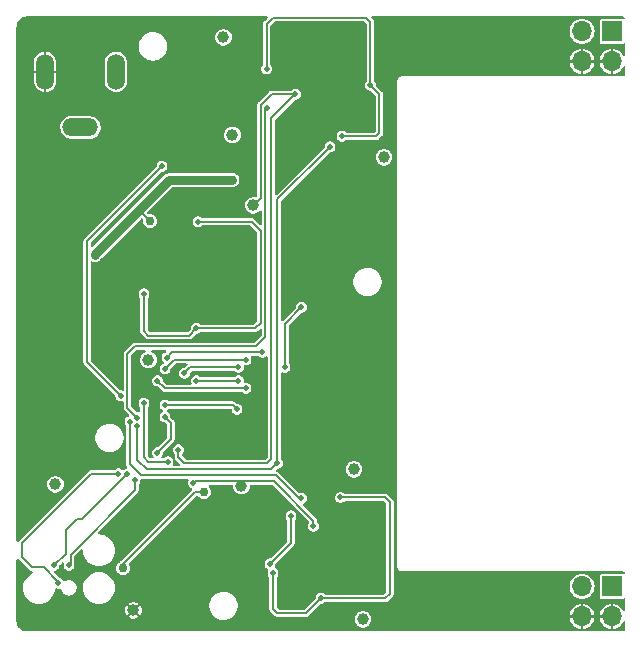
<source format=gbr>
%TF.GenerationSoftware,KiCad,Pcbnew,7.0.7*%
%TF.CreationDate,2023-10-08T11:51:16-05:00*%
%TF.ProjectId,1016 Breadboard Power Supply,31303136-2042-4726-9561-64626f617264,1*%
%TF.SameCoordinates,Original*%
%TF.FileFunction,Copper,L2,Bot*%
%TF.FilePolarity,Positive*%
%FSLAX46Y46*%
G04 Gerber Fmt 4.6, Leading zero omitted, Abs format (unit mm)*
G04 Created by KiCad (PCBNEW 7.0.7) date 2023-10-08 11:51:16*
%MOMM*%
%LPD*%
G01*
G04 APERTURE LIST*
%TA.AperFunction,ComponentPad*%
%ADD10C,1.000000*%
%TD*%
%TA.AperFunction,ComponentPad*%
%ADD11O,1.508000X3.016000*%
%TD*%
%TA.AperFunction,ComponentPad*%
%ADD12O,3.016000X1.508000*%
%TD*%
%TA.AperFunction,ComponentPad*%
%ADD13R,1.700000X1.700000*%
%TD*%
%TA.AperFunction,ComponentPad*%
%ADD14O,1.700000X1.700000*%
%TD*%
%TA.AperFunction,ViaPad*%
%ADD15C,0.508000*%
%TD*%
%TA.AperFunction,ViaPad*%
%ADD16C,0.762000*%
%TD*%
%TA.AperFunction,Conductor*%
%ADD17C,0.203200*%
%TD*%
%TA.AperFunction,Conductor*%
%ADD18C,0.762000*%
%TD*%
G04 APERTURE END LIST*
D10*
X58547000Y-122047000D03*
X68707000Y-87757000D03*
X67691000Y-111506000D03*
X79756000Y-83693000D03*
X66929000Y-81788000D03*
X77216000Y-110109000D03*
X77978000Y-122809000D03*
X66167000Y-73533000D03*
X59817000Y-100838000D03*
X51943000Y-111379000D03*
D11*
X57054000Y-76454000D03*
X51054000Y-76454000D03*
D12*
X54054000Y-81154000D03*
D13*
X99065000Y-73020000D03*
D14*
X96525000Y-73020000D03*
X99065000Y-75560000D03*
X96525000Y-75560000D03*
D13*
X99065000Y-120015000D03*
D14*
X96525000Y-120015000D03*
X99065000Y-122555000D03*
X96525000Y-122555000D03*
D15*
X95345000Y-120999000D03*
X92805000Y-120999000D03*
X92805000Y-75279000D03*
X90265000Y-120999000D03*
X90265000Y-75279000D03*
X87725000Y-120999000D03*
X87725000Y-75279000D03*
X85185000Y-120999000D03*
X85185000Y-75279000D03*
X82645000Y-120999000D03*
X80105000Y-110839000D03*
X80105000Y-108299000D03*
X80105000Y-105759000D03*
X80105000Y-103219000D03*
X80105000Y-100679000D03*
X80105000Y-98139000D03*
X80105000Y-95599000D03*
X80105000Y-93059000D03*
X80105000Y-90519000D03*
X80105000Y-87979000D03*
X80105000Y-85439000D03*
X80105000Y-80359000D03*
X80105000Y-77819000D03*
X80105000Y-75279000D03*
X77565000Y-113379000D03*
X77565000Y-85439000D03*
X75025000Y-95599000D03*
X75025000Y-90519000D03*
X72485000Y-110839000D03*
X72485000Y-93059000D03*
X67405000Y-108299000D03*
X67405000Y-90519000D03*
X67405000Y-87979000D03*
X67405000Y-82899000D03*
X67405000Y-80359000D03*
X67405000Y-77819000D03*
X67405000Y-72739000D03*
X64865000Y-118459000D03*
X64865000Y-113379000D03*
X64865000Y-82899000D03*
X64865000Y-80359000D03*
X64865000Y-77819000D03*
X64865000Y-75279000D03*
X64865000Y-72739000D03*
X62325000Y-118459000D03*
X62325000Y-80359000D03*
X62325000Y-77819000D03*
X62325000Y-72739000D03*
X59785000Y-120999000D03*
X59785000Y-118459000D03*
X59785000Y-80359000D03*
X59785000Y-77819000D03*
X59785000Y-72739000D03*
X57245000Y-120999000D03*
X57245000Y-115919000D03*
X57245000Y-105759000D03*
X57245000Y-100679000D03*
X57245000Y-80359000D03*
X57245000Y-72739000D03*
X54705000Y-82899000D03*
X54705000Y-75279000D03*
X54705000Y-72739000D03*
X52165000Y-120999000D03*
X52165000Y-103219000D03*
X52165000Y-80359000D03*
X52165000Y-72739000D03*
X49625000Y-113379000D03*
X49625000Y-110839000D03*
X49625000Y-108299000D03*
X49625000Y-105759000D03*
X49625000Y-93059000D03*
X49625000Y-85439000D03*
X49625000Y-82899000D03*
X49625000Y-80359000D03*
X49625000Y-77819000D03*
X49625000Y-75279000D03*
X49625000Y-72739000D03*
X62103000Y-105537000D03*
D16*
X55295800Y-91948000D03*
X66929000Y-85598000D03*
X59945598Y-89093649D03*
X57658000Y-118491000D03*
D15*
X64008000Y-89144300D03*
D16*
X64516000Y-112014000D03*
D15*
X63881000Y-98171000D03*
X59436000Y-95250000D03*
X76073000Y-112490300D03*
X70358000Y-118872000D03*
X74422000Y-121031000D03*
X57262868Y-110475868D03*
X52197000Y-119761000D03*
X58039000Y-110490000D03*
X51816000Y-118237000D03*
X67437000Y-102616000D03*
X63881000Y-102616000D03*
X62865000Y-101981000D03*
X67437000Y-101473000D03*
X69469000Y-100203000D03*
X61384053Y-100639684D03*
X67310000Y-105029000D03*
X61214000Y-104662702D03*
X71374000Y-101473000D03*
X68072000Y-100838000D03*
X72771000Y-96393000D03*
X61214000Y-101600000D03*
X68072000Y-103251000D03*
X60579000Y-102616000D03*
X58877200Y-105724666D03*
X69881700Y-79502000D03*
X72771000Y-112553700D03*
X58253423Y-106066296D03*
X58674000Y-110998000D03*
X60579000Y-108712000D03*
X53086000Y-118237000D03*
X61214000Y-105664000D03*
X59436000Y-104521000D03*
X61468000Y-109474000D03*
X57480700Y-103886000D03*
X60960000Y-84455000D03*
X72263000Y-78359000D03*
X62357000Y-108458000D03*
X71882000Y-114046000D03*
X58877200Y-106442856D03*
X70739000Y-109601000D03*
X75184000Y-82804000D03*
X70104000Y-118110000D03*
X63627000Y-111252000D03*
X73787000Y-114935000D03*
X78613000Y-77597000D03*
X69818300Y-76200000D03*
X76200000Y-81915000D03*
D17*
X69316600Y-87147400D02*
X68707000Y-87757000D01*
X70234437Y-78359000D02*
X69316600Y-79276837D01*
X72263000Y-78359000D02*
X70234437Y-78359000D01*
X69316600Y-79276837D02*
X69316600Y-87147400D01*
X59945598Y-89093649D02*
X59180449Y-88328500D01*
X59180449Y-88328500D02*
X58864500Y-88328500D01*
D18*
X66929000Y-85598000D02*
X61595000Y-85598000D01*
X58864500Y-88328500D02*
X55295800Y-91897200D01*
X55295800Y-91897200D02*
X55295800Y-91948000D01*
X61595000Y-85598000D02*
X58864500Y-88328500D01*
D17*
X68834000Y-98171000D02*
X63881000Y-98171000D01*
X59817000Y-98806000D02*
X63246000Y-98806000D01*
X63246000Y-98806000D02*
X63881000Y-98171000D01*
X68570300Y-89144300D02*
X69316600Y-89890600D01*
X63754000Y-112014000D02*
X57658000Y-118110000D01*
X59436000Y-98425000D02*
X59817000Y-98806000D01*
X69316600Y-89890600D02*
X69316600Y-97688400D01*
X63754000Y-112014000D02*
X64516000Y-112014000D01*
X59436000Y-95250000D02*
X59436000Y-98425000D01*
X69316600Y-97688400D02*
X68834000Y-98171000D01*
X64008000Y-89144300D02*
X68570300Y-89144300D01*
X57658000Y-118110000D02*
X57658000Y-118491000D01*
X80264000Y-120650000D02*
X79883000Y-121031000D01*
X80264000Y-112903000D02*
X79851300Y-112490300D01*
X79883000Y-121031000D02*
X74422000Y-121031000D01*
X73152000Y-122301000D02*
X70739000Y-122301000D01*
X80264000Y-120650000D02*
X80264000Y-112903000D01*
X79851300Y-112490300D02*
X76073000Y-112490300D01*
X74422000Y-121031000D02*
X73152000Y-122301000D01*
X70739000Y-122301000D02*
X70358000Y-121920000D01*
X70358000Y-121920000D02*
X70358000Y-118872000D01*
X57262868Y-110475868D02*
X54989634Y-110475868D01*
X54989634Y-110475868D02*
X49098200Y-116367302D01*
X49098200Y-116367302D02*
X49098200Y-117566698D01*
X50977800Y-118414800D02*
X52197000Y-119634000D01*
X52197000Y-119634000D02*
X52197000Y-119761000D01*
X49946302Y-118414800D02*
X50977800Y-118414800D01*
X49098200Y-117566698D02*
X49946302Y-118414800D01*
X58039000Y-110490000D02*
X54216300Y-114312700D01*
X52819300Y-115285030D02*
X52819300Y-117233700D01*
X53791630Y-114312700D02*
X52819300Y-115285030D01*
X52819300Y-117233700D02*
X51816000Y-118237000D01*
X54216300Y-114312700D02*
X53791630Y-114312700D01*
X67437000Y-102616000D02*
X63881000Y-102616000D01*
X67437000Y-101473000D02*
X63373000Y-101473000D01*
X63373000Y-101473000D02*
X62865000Y-101981000D01*
X61820737Y-100203000D02*
X61384053Y-100639684D01*
X69469000Y-100203000D02*
X61820737Y-100203000D01*
X66943702Y-104662702D02*
X61214000Y-104662702D01*
X67310000Y-105029000D02*
X66943702Y-104662702D01*
X68072000Y-100838000D02*
X61976000Y-100838000D01*
X72771000Y-96393000D02*
X71374000Y-97790000D01*
X71374000Y-97790000D02*
X71374000Y-101473000D01*
X61976000Y-100838000D02*
X61214000Y-101600000D01*
X68072000Y-103251000D02*
X61214000Y-103251000D01*
X61214000Y-103251000D02*
X60579000Y-102616000D01*
X58674000Y-99695000D02*
X58039000Y-100330000D01*
X68894264Y-99695000D02*
X58674000Y-99695000D01*
X69881700Y-79502000D02*
X69723000Y-79660700D01*
X58039000Y-100330000D02*
X58039000Y-104886466D01*
X69723000Y-79660700D02*
X69723000Y-98866264D01*
X58039000Y-104886466D02*
X58877200Y-105724666D01*
X69723000Y-98866264D02*
X68894264Y-99695000D01*
X59182000Y-110617000D02*
X58253423Y-109688423D01*
X70612000Y-110617000D02*
X59182000Y-110617000D01*
X58253423Y-109688423D02*
X58253423Y-106066296D01*
X72771000Y-112553700D02*
X72548700Y-112553700D01*
X72548700Y-112553700D02*
X70612000Y-110617000D01*
X58674000Y-110998000D02*
X58674000Y-111871502D01*
X53225700Y-117319802D02*
X53225700Y-118097300D01*
X53225700Y-118097300D02*
X53086000Y-118237000D01*
X58674000Y-111871502D02*
X53225700Y-117319802D01*
X61722000Y-107569000D02*
X60579000Y-108712000D01*
X61722000Y-106172000D02*
X61722000Y-107569000D01*
X61722000Y-106172000D02*
X61214000Y-105664000D01*
X59436000Y-109093000D02*
X59817000Y-109474000D01*
X59817000Y-109474000D02*
X61468000Y-109474000D01*
X59436000Y-104521000D02*
X59436000Y-109093000D01*
X60960000Y-84455000D02*
X54610000Y-90805000D01*
X54610000Y-90805000D02*
X54610000Y-101015300D01*
X54610000Y-101015300D02*
X57480700Y-103886000D01*
X70231000Y-109220000D02*
X69850000Y-109601000D01*
X70231000Y-80391000D02*
X70231000Y-109220000D01*
X62865000Y-109601000D02*
X62357000Y-109093000D01*
X72263000Y-78359000D02*
X70231000Y-80391000D01*
X62357000Y-109093000D02*
X62357000Y-108458000D01*
X69850000Y-109601000D02*
X62865000Y-109601000D01*
X70739000Y-109347000D02*
X70739000Y-109601000D01*
X71882000Y-116332000D02*
X70104000Y-118110000D01*
X71882000Y-114046000D02*
X71882000Y-116332000D01*
X59690000Y-110109000D02*
X70231000Y-110109000D01*
X75184000Y-82804000D02*
X70739000Y-87249000D01*
X58877200Y-109347000D02*
X58877200Y-106680920D01*
X70231000Y-110109000D02*
X70739000Y-109601000D01*
X70739000Y-87249000D02*
X70739000Y-109347000D01*
X58877200Y-109354968D02*
X59690000Y-110109000D01*
X73787000Y-114452400D02*
X70485000Y-111125000D01*
X63754000Y-111125000D02*
X63627000Y-111252000D01*
X73787000Y-114935000D02*
X73787000Y-114452400D01*
X70485000Y-111125000D02*
X63754000Y-111125000D01*
X79375000Y-81661000D02*
X79121000Y-81915000D01*
X78613000Y-72263000D02*
X78613000Y-77597000D01*
X69818300Y-76200000D02*
X69818300Y-72421700D01*
X79121000Y-81915000D02*
X76200000Y-81915000D01*
X70358000Y-71882000D02*
X78232000Y-71882000D01*
X78232000Y-71882000D02*
X78613000Y-72263000D01*
X69818300Y-72421700D02*
X70358000Y-71882000D01*
X79375000Y-78359000D02*
X79375000Y-81661000D01*
X78613000Y-77597000D02*
X79375000Y-78359000D01*
%TA.AperFunction,Conductor*%
G36*
X69869002Y-71774713D02*
G01*
X69905547Y-71825013D01*
X69905547Y-71887187D01*
X69881006Y-71927233D01*
X69820862Y-71987378D01*
X69649236Y-72159003D01*
X69637828Y-72167245D01*
X69638569Y-72168226D01*
X69631127Y-72173846D01*
X69598215Y-72209948D01*
X69596613Y-72211626D01*
X69582414Y-72225826D01*
X69582413Y-72225826D01*
X69580370Y-72228809D01*
X69576050Y-72234262D01*
X69554235Y-72258193D01*
X69554230Y-72258200D01*
X69550622Y-72267513D01*
X69539817Y-72288011D01*
X69534178Y-72296242D01*
X69534175Y-72296248D01*
X69526759Y-72327776D01*
X69524697Y-72334434D01*
X69513000Y-72364629D01*
X69513000Y-72374608D01*
X69510328Y-72397639D01*
X69508043Y-72407352D01*
X69508043Y-72407356D01*
X69511359Y-72431129D01*
X69512517Y-72439425D01*
X69513000Y-72446384D01*
X69513000Y-75815885D01*
X69493787Y-75875016D01*
X69488434Y-75881756D01*
X69440916Y-75936595D01*
X69429297Y-75950005D01*
X69374624Y-76069724D01*
X69355893Y-76200000D01*
X69374624Y-76330275D01*
X69429298Y-76449996D01*
X69504156Y-76536387D01*
X69515488Y-76549464D01*
X69626209Y-76620620D01*
X69752493Y-76657700D01*
X69884107Y-76657700D01*
X70010391Y-76620620D01*
X70121112Y-76549464D01*
X70207302Y-76449996D01*
X70261976Y-76330275D01*
X70280707Y-76200000D01*
X70261976Y-76069725D01*
X70207302Y-75950004D01*
X70148170Y-75881762D01*
X70123969Y-75824494D01*
X70123600Y-75815885D01*
X70123600Y-72589829D01*
X70142813Y-72530698D01*
X70153065Y-72518694D01*
X70454994Y-72216765D01*
X70510392Y-72188539D01*
X70526129Y-72187300D01*
X78063871Y-72187300D01*
X78123002Y-72206513D01*
X78135006Y-72216765D01*
X78278234Y-72359994D01*
X78306461Y-72415392D01*
X78307699Y-72431129D01*
X78307700Y-77212885D01*
X78288487Y-77272016D01*
X78283134Y-77278756D01*
X78262544Y-77302520D01*
X78223997Y-77347005D01*
X78169324Y-77466724D01*
X78154962Y-77566614D01*
X78150593Y-77597000D01*
X78169324Y-77727275D01*
X78223998Y-77846996D01*
X78310188Y-77946464D01*
X78420909Y-78017620D01*
X78547193Y-78054700D01*
X78597271Y-78054700D01*
X78656402Y-78073913D01*
X78668406Y-78084165D01*
X79040235Y-78455994D01*
X79068461Y-78511392D01*
X79069700Y-78527129D01*
X79069700Y-81492871D01*
X79050487Y-81552002D01*
X79040240Y-81563999D01*
X79024006Y-81580234D01*
X78968612Y-81608461D01*
X78952872Y-81609700D01*
X76587023Y-81609700D01*
X76527892Y-81590487D01*
X76510996Y-81574981D01*
X76502812Y-81565536D01*
X76392090Y-81494379D01*
X76265807Y-81457300D01*
X76134193Y-81457300D01*
X76007910Y-81494379D01*
X76007909Y-81494379D01*
X75897186Y-81565537D01*
X75810998Y-81665003D01*
X75756324Y-81784724D01*
X75737593Y-81915000D01*
X75756324Y-82045275D01*
X75810998Y-82164996D01*
X75891646Y-82258069D01*
X75897188Y-82264464D01*
X76007909Y-82335620D01*
X76134193Y-82372700D01*
X76265807Y-82372700D01*
X76392091Y-82335620D01*
X76502812Y-82264464D01*
X76510996Y-82255018D01*
X76564239Y-82222914D01*
X76587023Y-82220300D01*
X79054789Y-82220300D01*
X79068685Y-82222567D01*
X79068859Y-82221322D01*
X79078085Y-82222608D01*
X79078090Y-82222610D01*
X79107538Y-82221248D01*
X79126896Y-82220354D01*
X79129219Y-82220300D01*
X79149284Y-82220300D01*
X79149289Y-82220300D01*
X79152837Y-82219636D01*
X79159748Y-82218834D01*
X79192109Y-82217338D01*
X79201235Y-82213308D01*
X79223387Y-82206448D01*
X79233197Y-82204615D01*
X79260735Y-82187562D01*
X79266894Y-82184315D01*
X79296525Y-82171234D01*
X79303579Y-82164178D01*
X79321759Y-82149778D01*
X79330242Y-82144527D01*
X79349762Y-82118677D01*
X79354328Y-82113430D01*
X79544061Y-81923697D01*
X79555504Y-81915493D01*
X79554733Y-81914472D01*
X79562170Y-81908856D01*
X79595074Y-81872761D01*
X79596681Y-81871079D01*
X79603581Y-81864178D01*
X79610883Y-81856877D01*
X79612927Y-81853891D01*
X79617246Y-81848440D01*
X79639067Y-81824504D01*
X79642668Y-81815205D01*
X79653488Y-81794681D01*
X79654844Y-81792700D01*
X79659124Y-81786454D01*
X79666539Y-81754923D01*
X79668597Y-81748275D01*
X79680300Y-81718070D01*
X79680300Y-81708086D01*
X79682971Y-81685057D01*
X79685256Y-81675344D01*
X79680782Y-81643276D01*
X79680300Y-81636321D01*
X79680300Y-78425212D01*
X79682567Y-78411316D01*
X79681322Y-78411143D01*
X79682608Y-78401914D01*
X79682610Y-78401910D01*
X79681291Y-78373390D01*
X79680354Y-78353093D01*
X79680300Y-78350771D01*
X79680300Y-78330714D01*
X79680300Y-78330711D01*
X79679637Y-78327164D01*
X79678835Y-78320257D01*
X79677339Y-78287891D01*
X79673306Y-78278759D01*
X79666446Y-78256602D01*
X79664615Y-78246804D01*
X79664612Y-78246798D01*
X79647567Y-78219269D01*
X79644314Y-78213098D01*
X79631235Y-78183477D01*
X79631235Y-78183476D01*
X79624174Y-78176415D01*
X79609780Y-78158242D01*
X79604527Y-78149758D01*
X79591485Y-78139909D01*
X79578683Y-78130241D01*
X79573425Y-78125666D01*
X79104229Y-77656470D01*
X79076003Y-77601072D01*
X79075788Y-77599652D01*
X79075407Y-77597000D01*
X79056676Y-77466725D01*
X79002002Y-77347004D01*
X78942870Y-77278762D01*
X78918669Y-77221494D01*
X78918300Y-77212885D01*
X78918300Y-75458400D01*
X95476711Y-75458400D01*
X95924400Y-75458400D01*
X95983531Y-75477613D01*
X96020076Y-75527913D01*
X96025000Y-75559000D01*
X96025000Y-75561000D01*
X96005787Y-75620131D01*
X95955487Y-75656676D01*
X95924400Y-75661600D01*
X95476712Y-75661600D01*
X95487040Y-75766467D01*
X95547259Y-75964986D01*
X95547262Y-75964994D01*
X95645054Y-76147951D01*
X95645063Y-76147964D01*
X95776667Y-76308322D01*
X95776677Y-76308332D01*
X95937035Y-76439936D01*
X95937048Y-76439945D01*
X96120005Y-76537737D01*
X96120013Y-76537740D01*
X96318532Y-76597959D01*
X96423399Y-76608287D01*
X96423399Y-76160600D01*
X96442612Y-76101469D01*
X96492912Y-76064924D01*
X96523999Y-76060000D01*
X96525999Y-76060000D01*
X96585130Y-76079213D01*
X96621675Y-76129513D01*
X96626599Y-76160600D01*
X96626599Y-76608288D01*
X96731467Y-76597959D01*
X96929986Y-76537740D01*
X96929994Y-76537737D01*
X97112951Y-76439945D01*
X97112964Y-76439936D01*
X97273322Y-76308332D01*
X97273332Y-76308322D01*
X97404936Y-76147964D01*
X97404945Y-76147951D01*
X97502737Y-75964994D01*
X97502740Y-75964986D01*
X97562959Y-75766467D01*
X97573288Y-75661600D01*
X97125600Y-75661600D01*
X97066469Y-75642387D01*
X97029924Y-75592087D01*
X97025000Y-75561000D01*
X97025000Y-75559000D01*
X97044213Y-75499869D01*
X97094513Y-75463324D01*
X97125600Y-75458400D01*
X97573288Y-75458400D01*
X97562959Y-75353532D01*
X97502740Y-75155013D01*
X97502737Y-75155005D01*
X97404945Y-74972048D01*
X97404936Y-74972035D01*
X97273332Y-74811677D01*
X97273322Y-74811667D01*
X97112964Y-74680063D01*
X97112951Y-74680054D01*
X96929994Y-74582262D01*
X96929986Y-74582259D01*
X96731466Y-74522039D01*
X96731459Y-74522038D01*
X96626601Y-74511709D01*
X96626599Y-74511710D01*
X96626599Y-74959400D01*
X96607386Y-75018531D01*
X96557086Y-75055076D01*
X96525999Y-75060000D01*
X96523999Y-75060000D01*
X96464868Y-75040787D01*
X96428323Y-74990487D01*
X96423399Y-74959400D01*
X96423399Y-74511710D01*
X96423398Y-74511709D01*
X96318540Y-74522038D01*
X96318533Y-74522039D01*
X96120013Y-74582259D01*
X96120005Y-74582262D01*
X95937048Y-74680054D01*
X95937035Y-74680063D01*
X95776677Y-74811667D01*
X95776667Y-74811677D01*
X95645063Y-74972035D01*
X95645054Y-74972048D01*
X95547262Y-75155005D01*
X95547259Y-75155013D01*
X95487040Y-75353532D01*
X95476711Y-75458400D01*
X78918300Y-75458400D01*
X78918300Y-73020000D01*
X95466202Y-73020000D01*
X95486547Y-73226561D01*
X95486547Y-73226563D01*
X95486548Y-73226566D01*
X95546795Y-73425179D01*
X95546798Y-73425186D01*
X95644637Y-73608230D01*
X95644642Y-73608237D01*
X95776316Y-73768682D01*
X95776317Y-73768683D01*
X95936762Y-73900357D01*
X95936769Y-73900362D01*
X96119813Y-73998201D01*
X96119820Y-73998204D01*
X96281458Y-74047235D01*
X96318439Y-74058453D01*
X96525000Y-74078798D01*
X96731561Y-74058453D01*
X96833765Y-74027450D01*
X96930179Y-73998204D01*
X96930186Y-73998201D01*
X97113230Y-73900362D01*
X97113231Y-73900360D01*
X97113237Y-73900358D01*
X97273683Y-73768683D01*
X97405358Y-73608237D01*
X97503202Y-73425184D01*
X97563453Y-73226561D01*
X97583798Y-73020000D01*
X97563453Y-72813439D01*
X97512806Y-72646475D01*
X97503204Y-72614820D01*
X97503201Y-72614813D01*
X97405362Y-72431769D01*
X97405357Y-72431762D01*
X97391922Y-72415392D01*
X97273683Y-72271317D01*
X97257691Y-72258193D01*
X97113237Y-72139642D01*
X97113230Y-72139637D01*
X96930186Y-72041798D01*
X96930179Y-72041795D01*
X96731566Y-71981548D01*
X96731563Y-71981547D01*
X96731561Y-71981547D01*
X96525000Y-71961202D01*
X96318439Y-71981547D01*
X96318437Y-71981547D01*
X96318433Y-71981548D01*
X96119820Y-72041795D01*
X96119813Y-72041798D01*
X95936769Y-72139637D01*
X95936762Y-72139642D01*
X95776317Y-72271316D01*
X95776316Y-72271317D01*
X95644642Y-72431762D01*
X95644637Y-72431769D01*
X95546798Y-72614813D01*
X95546795Y-72614820D01*
X95486548Y-72813433D01*
X95486547Y-72813437D01*
X95486547Y-72813439D01*
X95466202Y-73020000D01*
X78918300Y-73020000D01*
X78918300Y-72329215D01*
X78920567Y-72315320D01*
X78919322Y-72315147D01*
X78920609Y-72305914D01*
X78920608Y-72305913D01*
X78920610Y-72305910D01*
X78919011Y-72271317D01*
X78918354Y-72257103D01*
X78918300Y-72254780D01*
X78918300Y-72234711D01*
X78917733Y-72231679D01*
X78917636Y-72231164D01*
X78916834Y-72224240D01*
X78916250Y-72211626D01*
X78915338Y-72191891D01*
X78911307Y-72182762D01*
X78904447Y-72160606D01*
X78904147Y-72159003D01*
X78902615Y-72150803D01*
X78885563Y-72123264D01*
X78882310Y-72117092D01*
X78869234Y-72087475D01*
X78862176Y-72080417D01*
X78847781Y-72062244D01*
X78842527Y-72053758D01*
X78816683Y-72034241D01*
X78811425Y-72029666D01*
X78708994Y-71927235D01*
X78680768Y-71871837D01*
X78690494Y-71810429D01*
X78734458Y-71766465D01*
X78780129Y-71755500D01*
X99894149Y-71755500D01*
X99941086Y-71755500D01*
X99956811Y-71756737D01*
X100011604Y-71765415D01*
X100041530Y-71775139D01*
X100083806Y-71796679D01*
X100109269Y-71815179D01*
X100110972Y-71816882D01*
X100139198Y-71872280D01*
X100129472Y-71933688D01*
X100085508Y-71977652D01*
X100024100Y-71987378D01*
X100001343Y-71980961D01*
X99994481Y-71978119D01*
X99964771Y-71972209D01*
X99935064Y-71966300D01*
X98194936Y-71966300D01*
X98185078Y-71968260D01*
X98135520Y-71978118D01*
X98068140Y-72023140D01*
X98023118Y-72090520D01*
X98011300Y-72149936D01*
X98011300Y-73890064D01*
X98013348Y-73900358D01*
X98023118Y-73949479D01*
X98023119Y-73949480D01*
X98068140Y-74016860D01*
X98135520Y-74061881D01*
X98194936Y-74073700D01*
X98194937Y-74073700D01*
X99935063Y-74073700D01*
X99935064Y-74073700D01*
X99994480Y-74061881D01*
X100046011Y-74027449D01*
X100105849Y-74010574D01*
X100164181Y-74032093D01*
X100198723Y-74083789D01*
X100202500Y-74111096D01*
X100202500Y-75052283D01*
X100183287Y-75111414D01*
X100132987Y-75147959D01*
X100070813Y-75147959D01*
X100020513Y-75111414D01*
X100013179Y-75099705D01*
X99944945Y-74972048D01*
X99944936Y-74972035D01*
X99813332Y-74811677D01*
X99813322Y-74811667D01*
X99652964Y-74680063D01*
X99652951Y-74680054D01*
X99469994Y-74582262D01*
X99469986Y-74582259D01*
X99271466Y-74522039D01*
X99271459Y-74522038D01*
X99166601Y-74511709D01*
X99166599Y-74511710D01*
X99166599Y-74959400D01*
X99147386Y-75018531D01*
X99097086Y-75055076D01*
X99065999Y-75060000D01*
X99063999Y-75060000D01*
X99004868Y-75040787D01*
X98968323Y-74990487D01*
X98963399Y-74959400D01*
X98963399Y-74511710D01*
X98963398Y-74511709D01*
X98858540Y-74522038D01*
X98858533Y-74522039D01*
X98660013Y-74582259D01*
X98660005Y-74582262D01*
X98477048Y-74680054D01*
X98477035Y-74680063D01*
X98316677Y-74811667D01*
X98316667Y-74811677D01*
X98185063Y-74972035D01*
X98185054Y-74972048D01*
X98087262Y-75155005D01*
X98087259Y-75155013D01*
X98027040Y-75353532D01*
X98016711Y-75458400D01*
X98464400Y-75458400D01*
X98523531Y-75477613D01*
X98560076Y-75527913D01*
X98565000Y-75559000D01*
X98565000Y-75561000D01*
X98545787Y-75620131D01*
X98495487Y-75656676D01*
X98464400Y-75661600D01*
X98016712Y-75661600D01*
X98027040Y-75766467D01*
X98087259Y-75964986D01*
X98087262Y-75964994D01*
X98185054Y-76147951D01*
X98185063Y-76147964D01*
X98316667Y-76308322D01*
X98316677Y-76308332D01*
X98477035Y-76439936D01*
X98477048Y-76439945D01*
X98660005Y-76537737D01*
X98660013Y-76537740D01*
X98858532Y-76597959D01*
X98963399Y-76608287D01*
X98963399Y-76160600D01*
X98982612Y-76101469D01*
X99032912Y-76064924D01*
X99063999Y-76060000D01*
X99065999Y-76060000D01*
X99125130Y-76079213D01*
X99161675Y-76129513D01*
X99166599Y-76160600D01*
X99166599Y-76608288D01*
X99271467Y-76597959D01*
X99469986Y-76537740D01*
X99469994Y-76537737D01*
X99652951Y-76439945D01*
X99652964Y-76439936D01*
X99813322Y-76308332D01*
X99813332Y-76308322D01*
X99944936Y-76147964D01*
X99944945Y-76147951D01*
X100013179Y-76020294D01*
X100057997Y-75977202D01*
X100119585Y-75968683D01*
X100174418Y-75997991D01*
X100201551Y-76053932D01*
X100202500Y-76067716D01*
X100202500Y-76573085D01*
X100201261Y-76588823D01*
X100192585Y-76643599D01*
X100182859Y-76673532D01*
X100161320Y-76715805D01*
X100142820Y-76741269D01*
X100109269Y-76774820D01*
X100083805Y-76793320D01*
X100041532Y-76814859D01*
X100011599Y-76824585D01*
X99973971Y-76830545D01*
X99956821Y-76833261D01*
X99941086Y-76834500D01*
X81297855Y-76834500D01*
X81293707Y-76834328D01*
X81280826Y-76833261D01*
X81248060Y-76830545D01*
X81203654Y-76841790D01*
X81199585Y-76842643D01*
X81154413Y-76850182D01*
X81151264Y-76851886D01*
X81128107Y-76860921D01*
X81124638Y-76861799D01*
X81124631Y-76861802D01*
X81086285Y-76886854D01*
X81082715Y-76888981D01*
X81042438Y-76910779D01*
X81042436Y-76910781D01*
X81040017Y-76913409D01*
X81021041Y-76929481D01*
X81018043Y-76931439D01*
X80989916Y-76967578D01*
X80987229Y-76970751D01*
X80956207Y-77004451D01*
X80956202Y-77004458D01*
X80954767Y-77007730D01*
X80942040Y-77029090D01*
X80939842Y-77031913D01*
X80924966Y-77075242D01*
X80923455Y-77079114D01*
X80905061Y-77121046D01*
X80905060Y-77121053D01*
X80904765Y-77124614D01*
X80899660Y-77148959D01*
X80898500Y-77152337D01*
X80898500Y-77198145D01*
X80898328Y-77202301D01*
X80894545Y-77247938D01*
X80895421Y-77251394D01*
X80898500Y-77276093D01*
X80898500Y-118346144D01*
X80898328Y-118350300D01*
X80894545Y-118395938D01*
X80905790Y-118440343D01*
X80906642Y-118444407D01*
X80909155Y-118459463D01*
X80914182Y-118489588D01*
X80915881Y-118492727D01*
X80924923Y-118515898D01*
X80925801Y-118519364D01*
X80950852Y-118557710D01*
X80952980Y-118561281D01*
X80971480Y-118595465D01*
X80974781Y-118601563D01*
X80977400Y-118603974D01*
X80993485Y-118622964D01*
X80995440Y-118625956D01*
X80995443Y-118625958D01*
X81031580Y-118654085D01*
X81034753Y-118656772D01*
X81058757Y-118678868D01*
X81068454Y-118687795D01*
X81071721Y-118689228D01*
X81093098Y-118701965D01*
X81095915Y-118704158D01*
X81138092Y-118718637D01*
X81139224Y-118719026D01*
X81143099Y-118720538D01*
X81162168Y-118728902D01*
X81185052Y-118738940D01*
X81188605Y-118739234D01*
X81212965Y-118744341D01*
X81216339Y-118745500D01*
X81262145Y-118745500D01*
X81266292Y-118745671D01*
X81297243Y-118748236D01*
X81311938Y-118749454D01*
X81311938Y-118749453D01*
X81311940Y-118749454D01*
X81315399Y-118748577D01*
X81340094Y-118745500D01*
X99894149Y-118745500D01*
X99941086Y-118745500D01*
X99956811Y-118746737D01*
X100011604Y-118755415D01*
X100041530Y-118765139D01*
X100083806Y-118786679D01*
X100109269Y-118805179D01*
X100124285Y-118820195D01*
X100152511Y-118875593D01*
X100142785Y-118937001D01*
X100098821Y-118980965D01*
X100037413Y-118990691D01*
X99997260Y-118974976D01*
X99994480Y-118973119D01*
X99994481Y-118973119D01*
X99964771Y-118967209D01*
X99935064Y-118961300D01*
X98194936Y-118961300D01*
X98185078Y-118963260D01*
X98135520Y-118973118D01*
X98068140Y-119018140D01*
X98023118Y-119085520D01*
X98013348Y-119134642D01*
X98011300Y-119144936D01*
X98011300Y-120885064D01*
X98013348Y-120895358D01*
X98023118Y-120944479D01*
X98023119Y-120944480D01*
X98068140Y-121011860D01*
X98135520Y-121056881D01*
X98194936Y-121068700D01*
X98194937Y-121068700D01*
X99935063Y-121068700D01*
X99935064Y-121068700D01*
X99994480Y-121056881D01*
X100046011Y-121022449D01*
X100105849Y-121005574D01*
X100164181Y-121027093D01*
X100198723Y-121078789D01*
X100202500Y-121106096D01*
X100202500Y-122047283D01*
X100183287Y-122106414D01*
X100132987Y-122142959D01*
X100070813Y-122142959D01*
X100020513Y-122106414D01*
X100013179Y-122094705D01*
X99944945Y-121967048D01*
X99944936Y-121967035D01*
X99813332Y-121806677D01*
X99813322Y-121806667D01*
X99652964Y-121675063D01*
X99652951Y-121675054D01*
X99469994Y-121577262D01*
X99469986Y-121577259D01*
X99271466Y-121517039D01*
X99271459Y-121517038D01*
X99166601Y-121506709D01*
X99166599Y-121506710D01*
X99166599Y-121954400D01*
X99147386Y-122013531D01*
X99097086Y-122050076D01*
X99065999Y-122055000D01*
X99063999Y-122055000D01*
X99004868Y-122035787D01*
X98968323Y-121985487D01*
X98963399Y-121954400D01*
X98963399Y-121506710D01*
X98963398Y-121506709D01*
X98858540Y-121517038D01*
X98858533Y-121517039D01*
X98660013Y-121577259D01*
X98660005Y-121577262D01*
X98477048Y-121675054D01*
X98477035Y-121675063D01*
X98316677Y-121806667D01*
X98316667Y-121806677D01*
X98185063Y-121967035D01*
X98185054Y-121967048D01*
X98087262Y-122150005D01*
X98087259Y-122150013D01*
X98027040Y-122348532D01*
X98016711Y-122453400D01*
X98464400Y-122453400D01*
X98523531Y-122472613D01*
X98560076Y-122522913D01*
X98565000Y-122554000D01*
X98565000Y-122556000D01*
X98545787Y-122615131D01*
X98495487Y-122651676D01*
X98464400Y-122656600D01*
X98016712Y-122656600D01*
X98027040Y-122761467D01*
X98087259Y-122959986D01*
X98087262Y-122959994D01*
X98185054Y-123142951D01*
X98185063Y-123142964D01*
X98316667Y-123303322D01*
X98316677Y-123303332D01*
X98477035Y-123434936D01*
X98477048Y-123434945D01*
X98660005Y-123532737D01*
X98660013Y-123532740D01*
X98858532Y-123592959D01*
X98963399Y-123603287D01*
X98963399Y-123155600D01*
X98982612Y-123096469D01*
X99032912Y-123059924D01*
X99063999Y-123055000D01*
X99065999Y-123055000D01*
X99125130Y-123074213D01*
X99161675Y-123124513D01*
X99166599Y-123155600D01*
X99166599Y-123603288D01*
X99271467Y-123592959D01*
X99469986Y-123532740D01*
X99469994Y-123532737D01*
X99652951Y-123434945D01*
X99652964Y-123434936D01*
X99813322Y-123303332D01*
X99813332Y-123303322D01*
X99944936Y-123142964D01*
X99944945Y-123142951D01*
X100013179Y-123015294D01*
X100057997Y-122972202D01*
X100119585Y-122963683D01*
X100174418Y-122992991D01*
X100201551Y-123048932D01*
X100202500Y-123062716D01*
X100202500Y-123563085D01*
X100201261Y-123578823D01*
X100192585Y-123633599D01*
X100182859Y-123663532D01*
X100161320Y-123705805D01*
X100142820Y-123731269D01*
X100109269Y-123764820D01*
X100083805Y-123783320D01*
X100041532Y-123804859D01*
X100011599Y-123814585D01*
X99972320Y-123820806D01*
X99956821Y-123823261D01*
X99941086Y-123824500D01*
X49532476Y-123824500D01*
X49527543Y-123824258D01*
X49366519Y-123808398D01*
X49347177Y-123804550D01*
X49199465Y-123759742D01*
X49181246Y-123752195D01*
X49045117Y-123679433D01*
X49028719Y-123668476D01*
X48909395Y-123570548D01*
X48895451Y-123556604D01*
X48797523Y-123437280D01*
X48786566Y-123420882D01*
X48713804Y-123284753D01*
X48706257Y-123266534D01*
X48672605Y-123155600D01*
X48661449Y-123118822D01*
X48657601Y-123099479D01*
X48641742Y-122938457D01*
X48641500Y-122933524D01*
X48641500Y-122047000D01*
X57838635Y-122047000D01*
X57859219Y-122216521D01*
X57919774Y-122376194D01*
X57919774Y-122376195D01*
X57982804Y-122467509D01*
X58223782Y-122226532D01*
X58279180Y-122198306D01*
X58340588Y-122208032D01*
X58366052Y-122226532D01*
X58367466Y-122227946D01*
X58395692Y-122283344D01*
X58385966Y-122344752D01*
X58367466Y-122370216D01*
X58125040Y-122612642D01*
X58144602Y-122629973D01*
X58295810Y-122709333D01*
X58461613Y-122750199D01*
X58461620Y-122750200D01*
X58632380Y-122750200D01*
X58632386Y-122750199D01*
X58798187Y-122709333D01*
X58949398Y-122629971D01*
X58968957Y-122612641D01*
X58726533Y-122370217D01*
X58698307Y-122314819D01*
X58708033Y-122253411D01*
X58726508Y-122227972D01*
X58727238Y-122227241D01*
X58727240Y-122227240D01*
X58727241Y-122227238D01*
X58727921Y-122226558D01*
X58783309Y-122198312D01*
X58844721Y-122208017D01*
X58870216Y-122226533D01*
X59111193Y-122467509D01*
X59174223Y-122376197D01*
X59174226Y-122376193D01*
X59234780Y-122216521D01*
X59255364Y-122046999D01*
X59234780Y-121877478D01*
X59196851Y-121777466D01*
X64964099Y-121777466D01*
X64984386Y-121885983D01*
X65004664Y-121994461D01*
X65005065Y-121996602D01*
X65085591Y-122204469D01*
X65085595Y-122204476D01*
X65202953Y-122394015D01*
X65202957Y-122394020D01*
X65335049Y-122538917D01*
X65353140Y-122558762D01*
X65531042Y-122693107D01*
X65531045Y-122693108D01*
X65531046Y-122693109D01*
X65730597Y-122792474D01*
X65730598Y-122792475D01*
X65730600Y-122792475D01*
X65730601Y-122792476D01*
X65945021Y-122853484D01*
X66111389Y-122868900D01*
X66111393Y-122868900D01*
X66222607Y-122868900D01*
X66222611Y-122868900D01*
X66388979Y-122853484D01*
X66545323Y-122809000D01*
X77269132Y-122809000D01*
X77289730Y-122978643D01*
X77334416Y-123096469D01*
X77350329Y-123138427D01*
X77350329Y-123138428D01*
X77447404Y-123279065D01*
X77447408Y-123279069D01*
X77575314Y-123392385D01*
X77575315Y-123392386D01*
X77575317Y-123392387D01*
X77726628Y-123471801D01*
X77726629Y-123471801D01*
X77726632Y-123471803D01*
X77892555Y-123512700D01*
X77892559Y-123512700D01*
X78063441Y-123512700D01*
X78063445Y-123512700D01*
X78229368Y-123471803D01*
X78380683Y-123392387D01*
X78508595Y-123279066D01*
X78605671Y-123138427D01*
X78666270Y-122978643D01*
X78686868Y-122809000D01*
X78666270Y-122639357D01*
X78605671Y-122479573D01*
X78587605Y-122453400D01*
X95476711Y-122453400D01*
X95924400Y-122453400D01*
X95983531Y-122472613D01*
X96020076Y-122522913D01*
X96025000Y-122554000D01*
X96025000Y-122556000D01*
X96005787Y-122615131D01*
X95955487Y-122651676D01*
X95924400Y-122656600D01*
X95476712Y-122656600D01*
X95487040Y-122761467D01*
X95547259Y-122959986D01*
X95547262Y-122959994D01*
X95645054Y-123142951D01*
X95645063Y-123142964D01*
X95776667Y-123303322D01*
X95776677Y-123303332D01*
X95937035Y-123434936D01*
X95937048Y-123434945D01*
X96120005Y-123532737D01*
X96120013Y-123532740D01*
X96318532Y-123592959D01*
X96423399Y-123603287D01*
X96423399Y-123155600D01*
X96442612Y-123096469D01*
X96492912Y-123059924D01*
X96523999Y-123055000D01*
X96525999Y-123055000D01*
X96585130Y-123074213D01*
X96621675Y-123124513D01*
X96626599Y-123155600D01*
X96626599Y-123603288D01*
X96731467Y-123592959D01*
X96929986Y-123532740D01*
X96929994Y-123532737D01*
X97112951Y-123434945D01*
X97112964Y-123434936D01*
X97273322Y-123303332D01*
X97273332Y-123303322D01*
X97404936Y-123142964D01*
X97404945Y-123142951D01*
X97502737Y-122959994D01*
X97502740Y-122959986D01*
X97562959Y-122761467D01*
X97573288Y-122656600D01*
X97125600Y-122656600D01*
X97066469Y-122637387D01*
X97029924Y-122587087D01*
X97025000Y-122556000D01*
X97025000Y-122554000D01*
X97044213Y-122494869D01*
X97094513Y-122458324D01*
X97125600Y-122453400D01*
X97573288Y-122453400D01*
X97562959Y-122348532D01*
X97502740Y-122150013D01*
X97502737Y-122150005D01*
X97404945Y-121967048D01*
X97404936Y-121967035D01*
X97273332Y-121806677D01*
X97273322Y-121806667D01*
X97112964Y-121675063D01*
X97112951Y-121675054D01*
X96929994Y-121577262D01*
X96929986Y-121577259D01*
X96731466Y-121517039D01*
X96731459Y-121517038D01*
X96626601Y-121506709D01*
X96626599Y-121506710D01*
X96626599Y-121954400D01*
X96607386Y-122013531D01*
X96557086Y-122050076D01*
X96525999Y-122055000D01*
X96523999Y-122055000D01*
X96464868Y-122035787D01*
X96428323Y-121985487D01*
X96423399Y-121954400D01*
X96423399Y-121506710D01*
X96423398Y-121506709D01*
X96318540Y-121517038D01*
X96318533Y-121517039D01*
X96120013Y-121577259D01*
X96120005Y-121577262D01*
X95937048Y-121675054D01*
X95937035Y-121675063D01*
X95776677Y-121806667D01*
X95776667Y-121806677D01*
X95645063Y-121967035D01*
X95645054Y-121967048D01*
X95547262Y-122150005D01*
X95547259Y-122150013D01*
X95487040Y-122348532D01*
X95476711Y-122453400D01*
X78587605Y-122453400D01*
X78508595Y-122338934D01*
X78508591Y-122338930D01*
X78380685Y-122225614D01*
X78380684Y-122225613D01*
X78229370Y-122146198D01*
X78229372Y-122146198D01*
X78126155Y-122120757D01*
X78063445Y-122105300D01*
X77892555Y-122105300D01*
X77892554Y-122105300D01*
X77726628Y-122146198D01*
X77575315Y-122225613D01*
X77575314Y-122225614D01*
X77447408Y-122338930D01*
X77447404Y-122338934D01*
X77350329Y-122479571D01*
X77350329Y-122479572D01*
X77289730Y-122639357D01*
X77271139Y-122792474D01*
X77269132Y-122809000D01*
X66545323Y-122809000D01*
X66603399Y-122792476D01*
X66802958Y-122693107D01*
X66980860Y-122558762D01*
X67131047Y-122394015D01*
X67248405Y-122204476D01*
X67328936Y-121996599D01*
X67366895Y-121793541D01*
X67369900Y-121777466D01*
X67369900Y-121554533D01*
X67354715Y-121473305D01*
X67328936Y-121335401D01*
X67288838Y-121231895D01*
X67248408Y-121127530D01*
X67248404Y-121127523D01*
X67215139Y-121073797D01*
X67131047Y-120937985D01*
X67099584Y-120903472D01*
X66980860Y-120773238D01*
X66949386Y-120749470D01*
X66802958Y-120638893D01*
X66802954Y-120638891D01*
X66802953Y-120638890D01*
X66603402Y-120539525D01*
X66603401Y-120539524D01*
X66436658Y-120492082D01*
X66388979Y-120478516D01*
X66388976Y-120478515D01*
X66388974Y-120478515D01*
X66290568Y-120469397D01*
X66222611Y-120463100D01*
X66111389Y-120463100D01*
X66049728Y-120468813D01*
X65945025Y-120478515D01*
X65945024Y-120478515D01*
X65730598Y-120539524D01*
X65730597Y-120539525D01*
X65531046Y-120638890D01*
X65531045Y-120638891D01*
X65353139Y-120773238D01*
X65202957Y-120937979D01*
X65202953Y-120937984D01*
X65085595Y-121127523D01*
X65085591Y-121127530D01*
X65005065Y-121335397D01*
X65005064Y-121335399D01*
X65005064Y-121335401D01*
X65003494Y-121343800D01*
X64964099Y-121554533D01*
X64964099Y-121777466D01*
X59196851Y-121777466D01*
X59174226Y-121717807D01*
X59111193Y-121626489D01*
X58870216Y-121867466D01*
X58814818Y-121895692D01*
X58753409Y-121885966D01*
X58727946Y-121867466D01*
X58726532Y-121866052D01*
X58698306Y-121810654D01*
X58708032Y-121749246D01*
X58726532Y-121723782D01*
X58968957Y-121481356D01*
X58968958Y-121481356D01*
X58949397Y-121464026D01*
X58798189Y-121384666D01*
X58632386Y-121343800D01*
X58461613Y-121343800D01*
X58295810Y-121384666D01*
X58144603Y-121464026D01*
X58125041Y-121481357D01*
X58367467Y-121723782D01*
X58395693Y-121779180D01*
X58385967Y-121840588D01*
X58367492Y-121866027D01*
X58366078Y-121867442D01*
X58310690Y-121895688D01*
X58249278Y-121885983D01*
X58223783Y-121867467D01*
X57982805Y-121626489D01*
X57982804Y-121626489D01*
X57919774Y-121717804D01*
X57919774Y-121717805D01*
X57859219Y-121877478D01*
X57838635Y-122047000D01*
X48641500Y-122047000D01*
X48641500Y-117765106D01*
X48660713Y-117705975D01*
X48711013Y-117669430D01*
X48773187Y-117669430D01*
X48823487Y-117705975D01*
X48834126Y-117724467D01*
X48841966Y-117742223D01*
X48841967Y-117742224D01*
X48849023Y-117749280D01*
X48863419Y-117767455D01*
X48868673Y-117775940D01*
X48885002Y-117788271D01*
X48894515Y-117795455D01*
X48899776Y-117800033D01*
X49683605Y-118583863D01*
X49691837Y-118595284D01*
X49692831Y-118594534D01*
X49698447Y-118601971D01*
X49724757Y-118625956D01*
X49734538Y-118634872D01*
X49736219Y-118636477D01*
X49750425Y-118650683D01*
X49753401Y-118652722D01*
X49758861Y-118657046D01*
X49782798Y-118678867D01*
X49782799Y-118678867D01*
X49782800Y-118678868D01*
X49787418Y-118680656D01*
X49792098Y-118682469D01*
X49812613Y-118693283D01*
X49820846Y-118698923D01*
X49820847Y-118698923D01*
X49820848Y-118698924D01*
X49852375Y-118706338D01*
X49859030Y-118708399D01*
X49889232Y-118720100D01*
X49899215Y-118720100D01*
X49922246Y-118722772D01*
X49931954Y-118725055D01*
X49931958Y-118725056D01*
X49932691Y-118724953D01*
X49933727Y-118725137D01*
X49941270Y-118725486D01*
X49941224Y-118726466D01*
X49993908Y-118735807D01*
X50037056Y-118780571D01*
X50045651Y-118842148D01*
X50016411Y-118897018D01*
X49989112Y-118915761D01*
X49870083Y-118971266D01*
X49870069Y-118971274D01*
X49677054Y-119106423D01*
X49510423Y-119273054D01*
X49375274Y-119466069D01*
X49375266Y-119466083D01*
X49275683Y-119679638D01*
X49214694Y-119907253D01*
X49194156Y-120141998D01*
X49194156Y-120142001D01*
X49200867Y-120218700D01*
X49214694Y-120376745D01*
X49261922Y-120553006D01*
X49275683Y-120604361D01*
X49375266Y-120817916D01*
X49375274Y-120817930D01*
X49510423Y-121010945D01*
X49677054Y-121177576D01*
X49856990Y-121303567D01*
X49870078Y-121312731D01*
X50083642Y-121412318D01*
X50311255Y-121473306D01*
X50487205Y-121488700D01*
X50487211Y-121488700D01*
X50604789Y-121488700D01*
X50604795Y-121488700D01*
X50780745Y-121473306D01*
X51008358Y-121412318D01*
X51221922Y-121312731D01*
X51414949Y-121177573D01*
X51581573Y-121010949D01*
X51594000Y-120993202D01*
X51686035Y-120861761D01*
X51716731Y-120817922D01*
X51816318Y-120604358D01*
X51877306Y-120376745D01*
X51886440Y-120272337D01*
X51910733Y-120215108D01*
X51964027Y-120183085D01*
X52014996Y-120184581D01*
X52131193Y-120218700D01*
X52131194Y-120218700D01*
X52262806Y-120218700D01*
X52262807Y-120218700D01*
X52321051Y-120201598D01*
X52383198Y-120203373D01*
X52432434Y-120241340D01*
X52445068Y-120267036D01*
X52494827Y-120420180D01*
X52494829Y-120420186D01*
X52560422Y-120523541D01*
X52582584Y-120558462D01*
X52668234Y-120638893D01*
X52701970Y-120670574D01*
X52845479Y-120749469D01*
X52845482Y-120749469D01*
X52845485Y-120749471D01*
X52963382Y-120779742D01*
X53004112Y-120790200D01*
X53004113Y-120790200D01*
X53126776Y-120790200D01*
X53126783Y-120790200D01*
X53248482Y-120774826D01*
X53400755Y-120714537D01*
X53533250Y-120618273D01*
X53637643Y-120492084D01*
X53707375Y-120343897D01*
X53738063Y-120183024D01*
X53735482Y-120142001D01*
X54274156Y-120142001D01*
X54280867Y-120218700D01*
X54294694Y-120376745D01*
X54341922Y-120553006D01*
X54355683Y-120604361D01*
X54455266Y-120817916D01*
X54455274Y-120817930D01*
X54590423Y-121010945D01*
X54757054Y-121177576D01*
X54936990Y-121303567D01*
X54950078Y-121312731D01*
X55163642Y-121412318D01*
X55391255Y-121473306D01*
X55567205Y-121488700D01*
X55567211Y-121488700D01*
X55684789Y-121488700D01*
X55684795Y-121488700D01*
X55860745Y-121473306D01*
X56088358Y-121412318D01*
X56301922Y-121312731D01*
X56494949Y-121177573D01*
X56661573Y-121010949D01*
X56674000Y-120993202D01*
X56766035Y-120861761D01*
X56796731Y-120817922D01*
X56896318Y-120604358D01*
X56957306Y-120376745D01*
X56977844Y-120142000D01*
X56957306Y-119907255D01*
X56896318Y-119679642D01*
X56796731Y-119466078D01*
X56769202Y-119426762D01*
X56661576Y-119273054D01*
X56494945Y-119106423D01*
X56301930Y-118971274D01*
X56301925Y-118971271D01*
X56301922Y-118971269D01*
X56301916Y-118971266D01*
X56088361Y-118871683D01*
X56088358Y-118871682D01*
X55860745Y-118810694D01*
X55860747Y-118810694D01*
X55816757Y-118806845D01*
X55684795Y-118795300D01*
X55567205Y-118795300D01*
X55435242Y-118806845D01*
X55391253Y-118810694D01*
X55163638Y-118871683D01*
X54950083Y-118971266D01*
X54950069Y-118971274D01*
X54757054Y-119106423D01*
X54590423Y-119273054D01*
X54455274Y-119466069D01*
X54455266Y-119466083D01*
X54355683Y-119679638D01*
X54294694Y-119907253D01*
X54274156Y-120141998D01*
X54274156Y-120142001D01*
X53735482Y-120142001D01*
X53727779Y-120019574D01*
X53677171Y-119863816D01*
X53677170Y-119863814D01*
X53677170Y-119863813D01*
X53589417Y-119725540D01*
X53589416Y-119725538D01*
X53470031Y-119613427D01*
X53470029Y-119613425D01*
X53326520Y-119534530D01*
X53326515Y-119534529D01*
X53167887Y-119493800D01*
X53045217Y-119493800D01*
X53045212Y-119493800D01*
X52923522Y-119509173D01*
X52923520Y-119509173D01*
X52923518Y-119509174D01*
X52873917Y-119528812D01*
X52771247Y-119569461D01*
X52771239Y-119569466D01*
X52751727Y-119583642D01*
X52692595Y-119602853D01*
X52633465Y-119583638D01*
X52601090Y-119544043D01*
X52586002Y-119511004D01*
X52499812Y-119411536D01*
X52444451Y-119375957D01*
X52389090Y-119340379D01*
X52337349Y-119325187D01*
X52294556Y-119299797D01*
X51853009Y-118858250D01*
X51824783Y-118802852D01*
X51834509Y-118741444D01*
X51878473Y-118697480D01*
X51895798Y-118690591D01*
X52008091Y-118657620D01*
X52118812Y-118586464D01*
X52205002Y-118486996D01*
X52259676Y-118367275D01*
X52278407Y-118237000D01*
X52278406Y-118236997D01*
X52278788Y-118234346D01*
X52306220Y-118178551D01*
X52307153Y-118177604D01*
X52473482Y-118011275D01*
X52528878Y-117983051D01*
X52590286Y-117992777D01*
X52634250Y-118036741D01*
X52643976Y-118098149D01*
X52642813Y-118103317D01*
X52623593Y-118236999D01*
X52623593Y-118237000D01*
X52632408Y-118298306D01*
X52642324Y-118367275D01*
X52696998Y-118486996D01*
X52778212Y-118580722D01*
X52783188Y-118586464D01*
X52893909Y-118657620D01*
X53020193Y-118694700D01*
X53151807Y-118694700D01*
X53278091Y-118657620D01*
X53388812Y-118586464D01*
X53475002Y-118486996D01*
X53529676Y-118367275D01*
X53548407Y-118237000D01*
X53535205Y-118145183D01*
X53536274Y-118120995D01*
X53535526Y-118120961D01*
X53535955Y-118111648D01*
X53535957Y-118111643D01*
X53531482Y-118079567D01*
X53531000Y-118072614D01*
X53531000Y-117487930D01*
X53550213Y-117428799D01*
X53560459Y-117416801D01*
X54104017Y-116873242D01*
X54159413Y-116845018D01*
X54220821Y-116854744D01*
X54264785Y-116898707D01*
X54275368Y-116953142D01*
X54274156Y-116967001D01*
X54294694Y-117201746D01*
X54355683Y-117429361D01*
X54455266Y-117642916D01*
X54455274Y-117642930D01*
X54590423Y-117835945D01*
X54757054Y-118002576D01*
X54926176Y-118120995D01*
X54950078Y-118137731D01*
X55163642Y-118237318D01*
X55391255Y-118298306D01*
X55567205Y-118313700D01*
X55567211Y-118313700D01*
X55684789Y-118313700D01*
X55684795Y-118313700D01*
X55860745Y-118298306D01*
X56088358Y-118237318D01*
X56301922Y-118137731D01*
X56446152Y-118036741D01*
X56494945Y-118002576D01*
X56494945Y-118002575D01*
X56494949Y-118002573D01*
X56661573Y-117835949D01*
X56686722Y-117800033D01*
X56752581Y-117705975D01*
X56796731Y-117642922D01*
X56896318Y-117429358D01*
X56957306Y-117201745D01*
X56977844Y-116967000D01*
X56957306Y-116732255D01*
X56896318Y-116504642D01*
X56796731Y-116291078D01*
X56749754Y-116223987D01*
X56661576Y-116098054D01*
X56494945Y-115931423D01*
X56301930Y-115796274D01*
X56301925Y-115796271D01*
X56301922Y-115796269D01*
X56301916Y-115796266D01*
X56088361Y-115696683D01*
X56088358Y-115696682D01*
X55860745Y-115635694D01*
X55860747Y-115635694D01*
X55816757Y-115631845D01*
X55684795Y-115620300D01*
X55599830Y-115620300D01*
X55540699Y-115601087D01*
X55504154Y-115550787D01*
X55504154Y-115488613D01*
X55528695Y-115448565D01*
X57181257Y-113796003D01*
X58843059Y-112134200D01*
X58854499Y-112125997D01*
X58853729Y-112124977D01*
X58861169Y-112119358D01*
X58861169Y-112119357D01*
X58861171Y-112119357D01*
X58894107Y-112083226D01*
X58895668Y-112081591D01*
X58909883Y-112067378D01*
X58911920Y-112064402D01*
X58916245Y-112058943D01*
X58938067Y-112035006D01*
X58941672Y-112025698D01*
X58952484Y-112005187D01*
X58958124Y-111996955D01*
X58965540Y-111965422D01*
X58967596Y-111958781D01*
X58979300Y-111928572D01*
X58979300Y-111918592D01*
X58981972Y-111895559D01*
X58984257Y-111885845D01*
X58979782Y-111853770D01*
X58979300Y-111846815D01*
X58979300Y-111382114D01*
X58998513Y-111322983D01*
X59003864Y-111316243D01*
X59063002Y-111247996D01*
X59117676Y-111128275D01*
X59134885Y-111008581D01*
X59162317Y-110952788D01*
X59217306Y-110923773D01*
X59234461Y-110922300D01*
X63117861Y-110922300D01*
X63176992Y-110941513D01*
X63213537Y-110991813D01*
X63213537Y-111053987D01*
X63209370Y-111064690D01*
X63183324Y-111121722D01*
X63183324Y-111121724D01*
X63164593Y-111251999D01*
X63183324Y-111382275D01*
X63237998Y-111501996D01*
X63320308Y-111596987D01*
X63324188Y-111601464D01*
X63434909Y-111672620D01*
X63449022Y-111676764D01*
X63500345Y-111711857D01*
X63521239Y-111770416D01*
X63503723Y-111830071D01*
X63491815Y-111844424D01*
X57488936Y-117847303D01*
X57477528Y-117855545D01*
X57478269Y-117856526D01*
X57470827Y-117862146D01*
X57437915Y-117898248D01*
X57436313Y-117899926D01*
X57422114Y-117914126D01*
X57422113Y-117914126D01*
X57420070Y-117917109D01*
X57415750Y-117922562D01*
X57393933Y-117946495D01*
X57391668Y-117950154D01*
X57367378Y-117977005D01*
X57363128Y-117980265D01*
X57363128Y-117980266D01*
X57284859Y-118040323D01*
X57240987Y-118073987D01*
X57147265Y-118196128D01*
X57088349Y-118338363D01*
X57068255Y-118490996D01*
X57068255Y-118491003D01*
X57088349Y-118643637D01*
X57147263Y-118785868D01*
X57147267Y-118785875D01*
X57213353Y-118872000D01*
X57240987Y-118908013D01*
X57257474Y-118920664D01*
X57363124Y-119001732D01*
X57363131Y-119001736D01*
X57505362Y-119060650D01*
X57657997Y-119080745D01*
X57658000Y-119080745D01*
X57658003Y-119080745D01*
X57810637Y-119060650D01*
X57952868Y-119001736D01*
X57952867Y-119001736D01*
X57952873Y-119001734D01*
X58075013Y-118908013D01*
X58168734Y-118785873D01*
X58227650Y-118643637D01*
X58228804Y-118634872D01*
X58247745Y-118491003D01*
X58247745Y-118490996D01*
X58227650Y-118338363D01*
X58187020Y-118240275D01*
X58168734Y-118196128D01*
X58168733Y-118196127D01*
X58168733Y-118196126D01*
X58150757Y-118172698D01*
X58130003Y-118114090D01*
X58131215Y-118110000D01*
X69641593Y-118110000D01*
X69660324Y-118240275D01*
X69714998Y-118359996D01*
X69801187Y-118459463D01*
X69801188Y-118459464D01*
X69914976Y-118532591D01*
X69954333Y-118580722D01*
X69957883Y-118642795D01*
X69952097Y-118659011D01*
X69914324Y-118741722D01*
X69914324Y-118741724D01*
X69899885Y-118842148D01*
X69895593Y-118872000D01*
X69914324Y-119002275D01*
X69968998Y-119121996D01*
X70028128Y-119190235D01*
X70052331Y-119247504D01*
X70052700Y-119256114D01*
X70052700Y-121853788D01*
X70050444Y-121867686D01*
X70051678Y-121867858D01*
X70050390Y-121877090D01*
X70052646Y-121925896D01*
X70052700Y-121928219D01*
X70052700Y-121948294D01*
X70053362Y-121951833D01*
X70054164Y-121958753D01*
X70055661Y-121991104D01*
X70055662Y-121991109D01*
X70059692Y-122000237D01*
X70066550Y-122022382D01*
X70068384Y-122032196D01*
X70068385Y-122032197D01*
X70085436Y-122059735D01*
X70088683Y-122065896D01*
X70101765Y-122095524D01*
X70108823Y-122102582D01*
X70123219Y-122120757D01*
X70128473Y-122129242D01*
X70144802Y-122141573D01*
X70154315Y-122148757D01*
X70159576Y-122153335D01*
X70476303Y-122470063D01*
X70484535Y-122481484D01*
X70485529Y-122480734D01*
X70491144Y-122488169D01*
X70491145Y-122488171D01*
X70527237Y-122521073D01*
X70528918Y-122522678D01*
X70543123Y-122536883D01*
X70546099Y-122538922D01*
X70551559Y-122543246D01*
X70575496Y-122565067D01*
X70575497Y-122565067D01*
X70575498Y-122565068D01*
X70580116Y-122566856D01*
X70584796Y-122568669D01*
X70605311Y-122579483D01*
X70613544Y-122585123D01*
X70613545Y-122585123D01*
X70613546Y-122585124D01*
X70645073Y-122592538D01*
X70651728Y-122594599D01*
X70681930Y-122606300D01*
X70691913Y-122606300D01*
X70714944Y-122608972D01*
X70724652Y-122611255D01*
X70724656Y-122611256D01*
X70756724Y-122606782D01*
X70763678Y-122606300D01*
X73085789Y-122606300D01*
X73099685Y-122608567D01*
X73099859Y-122607322D01*
X73109085Y-122608608D01*
X73109090Y-122608610D01*
X73138538Y-122607248D01*
X73157896Y-122606354D01*
X73160219Y-122606300D01*
X73180284Y-122606300D01*
X73180289Y-122606300D01*
X73183837Y-122605636D01*
X73190748Y-122604834D01*
X73223109Y-122603338D01*
X73232235Y-122599308D01*
X73254387Y-122592448D01*
X73264197Y-122590615D01*
X73291735Y-122573562D01*
X73297894Y-122570315D01*
X73327525Y-122557234D01*
X73334579Y-122550178D01*
X73352759Y-122535778D01*
X73361242Y-122530527D01*
X73380764Y-122504673D01*
X73385327Y-122499430D01*
X74366594Y-121518165D01*
X74421993Y-121489939D01*
X74437730Y-121488700D01*
X74487807Y-121488700D01*
X74614091Y-121451620D01*
X74724812Y-121380464D01*
X74732996Y-121371018D01*
X74786239Y-121338914D01*
X74809023Y-121336300D01*
X79816789Y-121336300D01*
X79830685Y-121338567D01*
X79830859Y-121337322D01*
X79840085Y-121338608D01*
X79840090Y-121338610D01*
X79869538Y-121337248D01*
X79888896Y-121336354D01*
X79891219Y-121336300D01*
X79911284Y-121336300D01*
X79911289Y-121336300D01*
X79914837Y-121335636D01*
X79921748Y-121334834D01*
X79954109Y-121333338D01*
X79963235Y-121329308D01*
X79985387Y-121322448D01*
X79995197Y-121320615D01*
X80022735Y-121303562D01*
X80028894Y-121300315D01*
X80058525Y-121287234D01*
X80065579Y-121280178D01*
X80083759Y-121265778D01*
X80092242Y-121260527D01*
X80111764Y-121234673D01*
X80116327Y-121229430D01*
X80433061Y-120912697D01*
X80444504Y-120904493D01*
X80443733Y-120903472D01*
X80451170Y-120897856D01*
X80484074Y-120861761D01*
X80485681Y-120860079D01*
X80492581Y-120853178D01*
X80499883Y-120845877D01*
X80501927Y-120842891D01*
X80506246Y-120837440D01*
X80528067Y-120813504D01*
X80531668Y-120804205D01*
X80542488Y-120783681D01*
X80544322Y-120781003D01*
X80548124Y-120775454D01*
X80555539Y-120743923D01*
X80557597Y-120737275D01*
X80569300Y-120707070D01*
X80569300Y-120697086D01*
X80571971Y-120674057D01*
X80574256Y-120664344D01*
X80569782Y-120632276D01*
X80569300Y-120625321D01*
X80569300Y-120015000D01*
X95466202Y-120015000D01*
X95486547Y-120221561D01*
X95486547Y-120221563D01*
X95486548Y-120221566D01*
X95546795Y-120420179D01*
X95546798Y-120420186D01*
X95644637Y-120603230D01*
X95644642Y-120603237D01*
X95764652Y-120749470D01*
X95776317Y-120763683D01*
X95876470Y-120845877D01*
X95936762Y-120895357D01*
X95936769Y-120895362D01*
X96119813Y-120993201D01*
X96119820Y-120993204D01*
X96253163Y-121033652D01*
X96318439Y-121053453D01*
X96525000Y-121073798D01*
X96731561Y-121053453D01*
X96833765Y-121022450D01*
X96930179Y-120993204D01*
X96930186Y-120993201D01*
X97113230Y-120895362D01*
X97113231Y-120895360D01*
X97113237Y-120895358D01*
X97273683Y-120763683D01*
X97405358Y-120603237D01*
X97429293Y-120558459D01*
X97503201Y-120420186D01*
X97503204Y-120420179D01*
X97563451Y-120221566D01*
X97563453Y-120221561D01*
X97583798Y-120015000D01*
X97563453Y-119808439D01*
X97538306Y-119725538D01*
X97503204Y-119609820D01*
X97503201Y-119609813D01*
X97405362Y-119426769D01*
X97405357Y-119426762D01*
X97273683Y-119266317D01*
X97273682Y-119266316D01*
X97113237Y-119134642D01*
X97113230Y-119134637D01*
X96930186Y-119036798D01*
X96930179Y-119036795D01*
X96731566Y-118976548D01*
X96731563Y-118976547D01*
X96731561Y-118976547D01*
X96525000Y-118956202D01*
X96318439Y-118976547D01*
X96318437Y-118976547D01*
X96318433Y-118976548D01*
X96119820Y-119036795D01*
X96119813Y-119036798D01*
X95936769Y-119134637D01*
X95936762Y-119134642D01*
X95776317Y-119266316D01*
X95776316Y-119266317D01*
X95644642Y-119426762D01*
X95644637Y-119426769D01*
X95546798Y-119609813D01*
X95546795Y-119609820D01*
X95486548Y-119808433D01*
X95486547Y-119808437D01*
X95486547Y-119808439D01*
X95466202Y-120015000D01*
X80569300Y-120015000D01*
X80569300Y-112969211D01*
X80571567Y-112955314D01*
X80570322Y-112955141D01*
X80571608Y-112945915D01*
X80571610Y-112945910D01*
X80569634Y-112903164D01*
X80569354Y-112897103D01*
X80569300Y-112894780D01*
X80569300Y-112874711D01*
X80568636Y-112871164D01*
X80567834Y-112864240D01*
X80567451Y-112855983D01*
X80566338Y-112831891D01*
X80562307Y-112822762D01*
X80555447Y-112800606D01*
X80554511Y-112795600D01*
X80553615Y-112790803D01*
X80536563Y-112763264D01*
X80533310Y-112757092D01*
X80520234Y-112727475D01*
X80513176Y-112720417D01*
X80498781Y-112702244D01*
X80493527Y-112693758D01*
X80467683Y-112674241D01*
X80462425Y-112669666D01*
X80113999Y-112321240D01*
X80105780Y-112309807D01*
X80104773Y-112310569D01*
X80099153Y-112303127D01*
X80063050Y-112270215D01*
X80061369Y-112268610D01*
X80047175Y-112254416D01*
X80044201Y-112252379D01*
X80038742Y-112248055D01*
X80014804Y-112226233D01*
X80014802Y-112226232D01*
X80005497Y-112222627D01*
X79984987Y-112211816D01*
X79976753Y-112206176D01*
X79945228Y-112198761D01*
X79938566Y-112196698D01*
X79934410Y-112195088D01*
X79908370Y-112185000D01*
X79908369Y-112185000D01*
X79898391Y-112185000D01*
X79875359Y-112182328D01*
X79865644Y-112180043D01*
X79865643Y-112180043D01*
X79853492Y-112181738D01*
X79833570Y-112184517D01*
X79826616Y-112185000D01*
X76460023Y-112185000D01*
X76400892Y-112165787D01*
X76383996Y-112150281D01*
X76375812Y-112140836D01*
X76265090Y-112069679D01*
X76138807Y-112032600D01*
X76007193Y-112032600D01*
X75880910Y-112069679D01*
X75880909Y-112069679D01*
X75770186Y-112140837D01*
X75683998Y-112240303D01*
X75629324Y-112360024D01*
X75610593Y-112490300D01*
X75629324Y-112620575D01*
X75683998Y-112740296D01*
X75734184Y-112798214D01*
X75770188Y-112839764D01*
X75880909Y-112910920D01*
X76007193Y-112948000D01*
X76138807Y-112948000D01*
X76265091Y-112910920D01*
X76375812Y-112839764D01*
X76383996Y-112830318D01*
X76437239Y-112798214D01*
X76460023Y-112795600D01*
X79683171Y-112795600D01*
X79742302Y-112814813D01*
X79754306Y-112825065D01*
X79929235Y-112999994D01*
X79957461Y-113055392D01*
X79958700Y-113071129D01*
X79958700Y-120481871D01*
X79939487Y-120541002D01*
X79929235Y-120553006D01*
X79786006Y-120696235D01*
X79730608Y-120724461D01*
X79714871Y-120725700D01*
X74809023Y-120725700D01*
X74749892Y-120706487D01*
X74732996Y-120690981D01*
X74724812Y-120681536D01*
X74614090Y-120610379D01*
X74487807Y-120573300D01*
X74356193Y-120573300D01*
X74229910Y-120610379D01*
X74229909Y-120610379D01*
X74119186Y-120681537D01*
X74032998Y-120781003D01*
X73978324Y-120900724D01*
X73959211Y-121033652D01*
X73931778Y-121089446D01*
X73930770Y-121090469D01*
X73055006Y-121966235D01*
X72999608Y-121994461D01*
X72983871Y-121995700D01*
X70907129Y-121995700D01*
X70847998Y-121976487D01*
X70835994Y-121966235D01*
X70692765Y-121823006D01*
X70664539Y-121767608D01*
X70663300Y-121751871D01*
X70663300Y-119256114D01*
X70682513Y-119196983D01*
X70687864Y-119190243D01*
X70747002Y-119121996D01*
X70801676Y-119002275D01*
X70820407Y-118872000D01*
X70801676Y-118741725D01*
X70747002Y-118622004D01*
X70660812Y-118522536D01*
X70562670Y-118459464D01*
X70547023Y-118449408D01*
X70507666Y-118401276D01*
X70504117Y-118339203D01*
X70509903Y-118322988D01*
X70547675Y-118240277D01*
X70547676Y-118240275D01*
X70566407Y-118110000D01*
X70566406Y-118109997D01*
X70566788Y-118107346D01*
X70594220Y-118051551D01*
X70595156Y-118050601D01*
X72051059Y-116594698D01*
X72062499Y-116586495D01*
X72061729Y-116585475D01*
X72069169Y-116579856D01*
X72069169Y-116579855D01*
X72069171Y-116579855D01*
X72102107Y-116543724D01*
X72103668Y-116542089D01*
X72117883Y-116527876D01*
X72119920Y-116524900D01*
X72124245Y-116519441D01*
X72146065Y-116495506D01*
X72146064Y-116495506D01*
X72146067Y-116495504D01*
X72149672Y-116486196D01*
X72160484Y-116465685D01*
X72166124Y-116457453D01*
X72173540Y-116425920D01*
X72175596Y-116419279D01*
X72187300Y-116389070D01*
X72187300Y-116379090D01*
X72189972Y-116356057D01*
X72190701Y-116352958D01*
X72192257Y-116346343D01*
X72187782Y-116314268D01*
X72187300Y-116307313D01*
X72187300Y-114430114D01*
X72206513Y-114370983D01*
X72211864Y-114364243D01*
X72271002Y-114295996D01*
X72325676Y-114176275D01*
X72344407Y-114046000D01*
X72325676Y-113915725D01*
X72271002Y-113796004D01*
X72184812Y-113696536D01*
X72129451Y-113660957D01*
X72074090Y-113625379D01*
X71947807Y-113588300D01*
X71816193Y-113588300D01*
X71689910Y-113625379D01*
X71689909Y-113625379D01*
X71579186Y-113696537D01*
X71492998Y-113796003D01*
X71492998Y-113796004D01*
X71438324Y-113915725D01*
X71419593Y-114046000D01*
X71438324Y-114176275D01*
X71492998Y-114295996D01*
X71552128Y-114364235D01*
X71576331Y-114421504D01*
X71576700Y-114430114D01*
X71576700Y-116163870D01*
X71557487Y-116223001D01*
X71547235Y-116235005D01*
X70159406Y-117622835D01*
X70104008Y-117651061D01*
X70088271Y-117652300D01*
X70038193Y-117652300D01*
X69911910Y-117689379D01*
X69911909Y-117689379D01*
X69801186Y-117760537D01*
X69714998Y-117860003D01*
X69660324Y-117979724D01*
X69641593Y-118110000D01*
X58131215Y-118110000D01*
X58147663Y-118054476D01*
X58159429Y-118040329D01*
X63850993Y-112348765D01*
X63906392Y-112320539D01*
X63922129Y-112319300D01*
X63963657Y-112319300D01*
X64022788Y-112338513D01*
X64043468Y-112358659D01*
X64098987Y-112431013D01*
X64098990Y-112431015D01*
X64221124Y-112524732D01*
X64221131Y-112524736D01*
X64363362Y-112583650D01*
X64515997Y-112603745D01*
X64516000Y-112603745D01*
X64516003Y-112603745D01*
X64668637Y-112583650D01*
X64810868Y-112524736D01*
X64810867Y-112524736D01*
X64810873Y-112524734D01*
X64933013Y-112431013D01*
X65026734Y-112308873D01*
X65085650Y-112166637D01*
X65091712Y-112120592D01*
X65105745Y-112014003D01*
X65105745Y-112013996D01*
X65085650Y-111861363D01*
X65047978Y-111770416D01*
X65026734Y-111719128D01*
X65026733Y-111719127D01*
X65026733Y-111719126D01*
X65026733Y-111719125D01*
X64929295Y-111592141D01*
X64908540Y-111533533D01*
X64926199Y-111473919D01*
X64975525Y-111436070D01*
X65009106Y-111430300D01*
X66883817Y-111430300D01*
X66942948Y-111449513D01*
X66979493Y-111499813D01*
X66983682Y-111518766D01*
X67002730Y-111675643D01*
X67054863Y-111813104D01*
X67063329Y-111835427D01*
X67063329Y-111835428D01*
X67160404Y-111976065D01*
X67160408Y-111976069D01*
X67288314Y-112089385D01*
X67288315Y-112089386D01*
X67288317Y-112089387D01*
X67439628Y-112168801D01*
X67439629Y-112168801D01*
X67439632Y-112168803D01*
X67605555Y-112209700D01*
X67605559Y-112209700D01*
X67776441Y-112209700D01*
X67776445Y-112209700D01*
X67942368Y-112168803D01*
X68093683Y-112089387D01*
X68221595Y-111976066D01*
X68318671Y-111835427D01*
X68379270Y-111675643D01*
X68398317Y-111518772D01*
X68424516Y-111462390D01*
X68478855Y-111432174D01*
X68498183Y-111430300D01*
X70315959Y-111430300D01*
X70375090Y-111449513D01*
X70387366Y-111460038D01*
X73420711Y-114516717D01*
X73448725Y-114572223D01*
X73438764Y-114633594D01*
X73425333Y-114653457D01*
X73397998Y-114685003D01*
X73343324Y-114804724D01*
X73324593Y-114935000D01*
X73343324Y-115065275D01*
X73397998Y-115184996D01*
X73411061Y-115200072D01*
X73484188Y-115284464D01*
X73594909Y-115355620D01*
X73721193Y-115392700D01*
X73852807Y-115392700D01*
X73979091Y-115355620D01*
X74089812Y-115284464D01*
X74176002Y-115184996D01*
X74230676Y-115065275D01*
X74249407Y-114935000D01*
X74230676Y-114804725D01*
X74176002Y-114685004D01*
X74116870Y-114616762D01*
X74092669Y-114559494D01*
X74092300Y-114550885D01*
X74092300Y-114518610D01*
X74093319Y-114504327D01*
X74094443Y-114496489D01*
X74092300Y-114445933D01*
X74092300Y-114424113D01*
X74092088Y-114421826D01*
X74090799Y-114410545D01*
X74089609Y-114382450D01*
X74085296Y-114372582D01*
X74078592Y-114350783D01*
X74076615Y-114340203D01*
X74061813Y-114316298D01*
X74055164Y-114303623D01*
X74043907Y-114277862D01*
X74043906Y-114277861D01*
X74043905Y-114277858D01*
X74036318Y-114270213D01*
X74022193Y-114252309D01*
X74016527Y-114243158D01*
X73994089Y-114226213D01*
X73983314Y-114216800D01*
X72917239Y-113142525D01*
X72889225Y-113087020D01*
X72899186Y-113025648D01*
X72943318Y-112981853D01*
X72960309Y-112975137D01*
X72960838Y-112974981D01*
X72963091Y-112974320D01*
X73073812Y-112903164D01*
X73160002Y-112803696D01*
X73214676Y-112683975D01*
X73233407Y-112553700D01*
X73214676Y-112423425D01*
X73160002Y-112303704D01*
X73073812Y-112204236D01*
X73013984Y-112165787D01*
X72963090Y-112133079D01*
X72836807Y-112096000D01*
X72705193Y-112096000D01*
X72621438Y-112120592D01*
X72559289Y-112118816D01*
X72521961Y-112095202D01*
X70874699Y-110447940D01*
X70866480Y-110436507D01*
X70865473Y-110437269D01*
X70859853Y-110429827D01*
X70823750Y-110396915D01*
X70822069Y-110395310D01*
X70807875Y-110381116D01*
X70804901Y-110379079D01*
X70799442Y-110374755D01*
X70775504Y-110352933D01*
X70775502Y-110352932D01*
X70766197Y-110349327D01*
X70745687Y-110338516D01*
X70737453Y-110332876D01*
X70705928Y-110325461D01*
X70699266Y-110323398D01*
X70662383Y-110309109D01*
X70614186Y-110269833D01*
X70598280Y-110209728D01*
X70620740Y-110151752D01*
X70627578Y-110144180D01*
X70662759Y-110109000D01*
X76507132Y-110109000D01*
X76527730Y-110278643D01*
X76566594Y-110381117D01*
X76588329Y-110438427D01*
X76588329Y-110438428D01*
X76685404Y-110579065D01*
X76685408Y-110579069D01*
X76813314Y-110692385D01*
X76813315Y-110692386D01*
X76813317Y-110692387D01*
X76964628Y-110771801D01*
X76964629Y-110771801D01*
X76964632Y-110771803D01*
X77130555Y-110812700D01*
X77130559Y-110812700D01*
X77301441Y-110812700D01*
X77301445Y-110812700D01*
X77467368Y-110771803D01*
X77618683Y-110692387D01*
X77746595Y-110579066D01*
X77843671Y-110438427D01*
X77904270Y-110278643D01*
X77924868Y-110109000D01*
X77904270Y-109939357D01*
X77843671Y-109779573D01*
X77843507Y-109779336D01*
X77746595Y-109638934D01*
X77746591Y-109638930D01*
X77618685Y-109525614D01*
X77618684Y-109525613D01*
X77467370Y-109446198D01*
X77467372Y-109446198D01*
X77301445Y-109405300D01*
X77130555Y-109405300D01*
X77130554Y-109405300D01*
X76964628Y-109446198D01*
X76813315Y-109525613D01*
X76813314Y-109525614D01*
X76685408Y-109638930D01*
X76685404Y-109638934D01*
X76588329Y-109779571D01*
X76588329Y-109779572D01*
X76527730Y-109939357D01*
X76513240Y-110058699D01*
X76507132Y-110109000D01*
X70662759Y-110109000D01*
X70683595Y-110088164D01*
X70738994Y-110059938D01*
X70754730Y-110058700D01*
X70804807Y-110058700D01*
X70931091Y-110021620D01*
X71041812Y-109950464D01*
X71128002Y-109850996D01*
X71182676Y-109731275D01*
X71201407Y-109601000D01*
X71182676Y-109470725D01*
X71128002Y-109351004D01*
X71068870Y-109282762D01*
X71044669Y-109225494D01*
X71044300Y-109216885D01*
X71044300Y-101987312D01*
X71063513Y-101928181D01*
X71113813Y-101891636D01*
X71174992Y-101891636D01*
X71175005Y-101891593D01*
X71175151Y-101891636D01*
X71175987Y-101891636D01*
X71178544Y-101892632D01*
X71181909Y-101893620D01*
X71308193Y-101930700D01*
X71439807Y-101930700D01*
X71566091Y-101893620D01*
X71676812Y-101822464D01*
X71763002Y-101722996D01*
X71817676Y-101603275D01*
X71836407Y-101473000D01*
X71817676Y-101342725D01*
X71763002Y-101223004D01*
X71703870Y-101154762D01*
X71679669Y-101097494D01*
X71679300Y-101088885D01*
X71679300Y-97958129D01*
X71698513Y-97898998D01*
X71708765Y-97886994D01*
X72715595Y-96880165D01*
X72770993Y-96851939D01*
X72786730Y-96850700D01*
X72836807Y-96850700D01*
X72963091Y-96813620D01*
X73073812Y-96742464D01*
X73160002Y-96642996D01*
X73214676Y-96523275D01*
X73233407Y-96393000D01*
X73214676Y-96262725D01*
X73160002Y-96143004D01*
X73073812Y-96043536D01*
X73018451Y-96007958D01*
X72963090Y-95972379D01*
X72836807Y-95935300D01*
X72705193Y-95935300D01*
X72578910Y-95972379D01*
X72578909Y-95972379D01*
X72468186Y-96043537D01*
X72381998Y-96143003D01*
X72327324Y-96262724D01*
X72308211Y-96395652D01*
X72280778Y-96451446D01*
X72279770Y-96452469D01*
X71216035Y-97516205D01*
X71160637Y-97544431D01*
X71099229Y-97534705D01*
X71055265Y-97490741D01*
X71044300Y-97445070D01*
X71044300Y-94345466D01*
X77156100Y-94345466D01*
X77197065Y-94564602D01*
X77277591Y-94772469D01*
X77277595Y-94772476D01*
X77394953Y-94962015D01*
X77394957Y-94962020D01*
X77538724Y-95119724D01*
X77545140Y-95126762D01*
X77723042Y-95261107D01*
X77723045Y-95261108D01*
X77723046Y-95261109D01*
X77922597Y-95360474D01*
X77922598Y-95360475D01*
X77922600Y-95360475D01*
X77922601Y-95360476D01*
X78137021Y-95421484D01*
X78303389Y-95436900D01*
X78303393Y-95436900D01*
X78414607Y-95436900D01*
X78414611Y-95436900D01*
X78580979Y-95421484D01*
X78795399Y-95360476D01*
X78994958Y-95261107D01*
X79172860Y-95126762D01*
X79323047Y-94962015D01*
X79440405Y-94772476D01*
X79520936Y-94564599D01*
X79561900Y-94345465D01*
X79561900Y-94122535D01*
X79520936Y-93903401D01*
X79488723Y-93820250D01*
X79440408Y-93695530D01*
X79440404Y-93695523D01*
X79323046Y-93505984D01*
X79323042Y-93505979D01*
X79172860Y-93341238D01*
X79172860Y-93341237D01*
X78994958Y-93206893D01*
X78994954Y-93206891D01*
X78994953Y-93206890D01*
X78795402Y-93107525D01*
X78795401Y-93107524D01*
X78672357Y-93072515D01*
X78580979Y-93046516D01*
X78580976Y-93046515D01*
X78580974Y-93046515D01*
X78482568Y-93037397D01*
X78414611Y-93031100D01*
X78303389Y-93031100D01*
X78241728Y-93036813D01*
X78137025Y-93046515D01*
X78137024Y-93046515D01*
X77922598Y-93107524D01*
X77922597Y-93107525D01*
X77723046Y-93206890D01*
X77723045Y-93206891D01*
X77545139Y-93341238D01*
X77394957Y-93505979D01*
X77394953Y-93505984D01*
X77277595Y-93695523D01*
X77277591Y-93695530D01*
X77197065Y-93903397D01*
X77156100Y-94122533D01*
X77156100Y-94345466D01*
X71044300Y-94345466D01*
X71044300Y-87417129D01*
X71063513Y-87357998D01*
X71073765Y-87345994D01*
X74726760Y-83693000D01*
X79047132Y-83693000D01*
X79067730Y-83862643D01*
X79128329Y-84022427D01*
X79128329Y-84022428D01*
X79225404Y-84163065D01*
X79225408Y-84163069D01*
X79353314Y-84276385D01*
X79353315Y-84276386D01*
X79353317Y-84276387D01*
X79504628Y-84355801D01*
X79504629Y-84355801D01*
X79504632Y-84355803D01*
X79670555Y-84396700D01*
X79670559Y-84396700D01*
X79841441Y-84396700D01*
X79841445Y-84396700D01*
X80007368Y-84355803D01*
X80158683Y-84276387D01*
X80286595Y-84163066D01*
X80383671Y-84022427D01*
X80444270Y-83862643D01*
X80464868Y-83693000D01*
X80444270Y-83523357D01*
X80383671Y-83363573D01*
X80333691Y-83291165D01*
X80286595Y-83222934D01*
X80286591Y-83222930D01*
X80158685Y-83109614D01*
X80158684Y-83109613D01*
X80007370Y-83030198D01*
X80007372Y-83030198D01*
X79841445Y-82989300D01*
X79670555Y-82989300D01*
X79670554Y-82989300D01*
X79504628Y-83030198D01*
X79353315Y-83109613D01*
X79353314Y-83109614D01*
X79225408Y-83222930D01*
X79225404Y-83222934D01*
X79128329Y-83363571D01*
X79128329Y-83363572D01*
X79128329Y-83363573D01*
X79067730Y-83523357D01*
X79047132Y-83693000D01*
X74726760Y-83693000D01*
X75128595Y-83291165D01*
X75183993Y-83262939D01*
X75199730Y-83261700D01*
X75249807Y-83261700D01*
X75376091Y-83224620D01*
X75486812Y-83153464D01*
X75573002Y-83053996D01*
X75627676Y-82934275D01*
X75646407Y-82804000D01*
X75627676Y-82673725D01*
X75573002Y-82554004D01*
X75486812Y-82454536D01*
X75431451Y-82418957D01*
X75376090Y-82383379D01*
X75249807Y-82346300D01*
X75118193Y-82346300D01*
X74991910Y-82383379D01*
X74991909Y-82383379D01*
X74881186Y-82454537D01*
X74794998Y-82554003D01*
X74740324Y-82673724D01*
X74721211Y-82806652D01*
X74693778Y-82862446D01*
X74692770Y-82863469D01*
X70708035Y-86848205D01*
X70652637Y-86876431D01*
X70591229Y-86866705D01*
X70547265Y-86822741D01*
X70536300Y-86777070D01*
X70536300Y-80559129D01*
X70555513Y-80499998D01*
X70565765Y-80487994D01*
X72207594Y-78846165D01*
X72262992Y-78817939D01*
X72278729Y-78816700D01*
X72328807Y-78816700D01*
X72455091Y-78779620D01*
X72565812Y-78708464D01*
X72652002Y-78608996D01*
X72706676Y-78489275D01*
X72725407Y-78359000D01*
X72706676Y-78228725D01*
X72652002Y-78109004D01*
X72602079Y-78051390D01*
X72565813Y-78009537D01*
X72565812Y-78009536D01*
X72467667Y-77946462D01*
X72455090Y-77938379D01*
X72328807Y-77901300D01*
X72197193Y-77901300D01*
X72070910Y-77938379D01*
X72070909Y-77938379D01*
X71960187Y-78009536D01*
X71952004Y-78018981D01*
X71898761Y-78051086D01*
X71875977Y-78053700D01*
X70300649Y-78053700D01*
X70286753Y-78051432D01*
X70286580Y-78052678D01*
X70277348Y-78051390D01*
X70277347Y-78051390D01*
X70274312Y-78051530D01*
X70228532Y-78053646D01*
X70226210Y-78053700D01*
X70206148Y-78053700D01*
X70206145Y-78053700D01*
X70206135Y-78053701D01*
X70202599Y-78054362D01*
X70195684Y-78055164D01*
X70163330Y-78056660D01*
X70154191Y-78060695D01*
X70132054Y-78067550D01*
X70122239Y-78069385D01*
X70122237Y-78069386D01*
X70094706Y-78086433D01*
X70088544Y-78089681D01*
X70058912Y-78102765D01*
X70058910Y-78102766D01*
X70051847Y-78109829D01*
X70033682Y-78124217D01*
X70025196Y-78129471D01*
X70025192Y-78129475D01*
X70005681Y-78155311D01*
X70001104Y-78160571D01*
X69147536Y-79014140D01*
X69136128Y-79022382D01*
X69136869Y-79023363D01*
X69129427Y-79028983D01*
X69096516Y-79065084D01*
X69094914Y-79066762D01*
X69080714Y-79080963D01*
X69080713Y-79080963D01*
X69078670Y-79083946D01*
X69074350Y-79089399D01*
X69052535Y-79113330D01*
X69052530Y-79113337D01*
X69048922Y-79122650D01*
X69038117Y-79143148D01*
X69032478Y-79151379D01*
X69032475Y-79151385D01*
X69025059Y-79182913D01*
X69022997Y-79189571D01*
X69011300Y-79219766D01*
X69011300Y-79229745D01*
X69008628Y-79252776D01*
X69006343Y-79262489D01*
X69006343Y-79262495D01*
X69010817Y-79294562D01*
X69011300Y-79301521D01*
X69011300Y-86978836D01*
X68992087Y-87037967D01*
X68941787Y-87074512D01*
X68886625Y-87076513D01*
X68792447Y-87053300D01*
X68792445Y-87053300D01*
X68621555Y-87053300D01*
X68621554Y-87053300D01*
X68455628Y-87094198D01*
X68304315Y-87173613D01*
X68304314Y-87173614D01*
X68176408Y-87286930D01*
X68176404Y-87286934D01*
X68079329Y-87427571D01*
X68079329Y-87427572D01*
X68018730Y-87587357D01*
X67998132Y-87756999D01*
X68018730Y-87926642D01*
X68079329Y-88086427D01*
X68079329Y-88086428D01*
X68176404Y-88227065D01*
X68176408Y-88227069D01*
X68304314Y-88340385D01*
X68304315Y-88340386D01*
X68304317Y-88340387D01*
X68455628Y-88419801D01*
X68455629Y-88419801D01*
X68455632Y-88419803D01*
X68621555Y-88460700D01*
X68621559Y-88460700D01*
X68792441Y-88460700D01*
X68792445Y-88460700D01*
X68958368Y-88419803D01*
X69109683Y-88340387D01*
X69237595Y-88227066D01*
X69237599Y-88227059D01*
X69241627Y-88222514D01*
X69243900Y-88224528D01*
X69283582Y-88194122D01*
X69345736Y-88192536D01*
X69396952Y-88227786D01*
X69417667Y-88286407D01*
X69417700Y-88288974D01*
X69417700Y-89317070D01*
X69398487Y-89376201D01*
X69348187Y-89412746D01*
X69286013Y-89412746D01*
X69245965Y-89388205D01*
X68832999Y-88975240D01*
X68824780Y-88963807D01*
X68823773Y-88964569D01*
X68818153Y-88957127D01*
X68782051Y-88924216D01*
X68780370Y-88922611D01*
X68766175Y-88908416D01*
X68763201Y-88906379D01*
X68757742Y-88902055D01*
X68733804Y-88880233D01*
X68733802Y-88880232D01*
X68724497Y-88876627D01*
X68703987Y-88865816D01*
X68695753Y-88860176D01*
X68664228Y-88852761D01*
X68657566Y-88850698D01*
X68637070Y-88842758D01*
X68627370Y-88839000D01*
X68627369Y-88839000D01*
X68617391Y-88839000D01*
X68594359Y-88836328D01*
X68584644Y-88834043D01*
X68584643Y-88834043D01*
X68572492Y-88835738D01*
X68552570Y-88838517D01*
X68545616Y-88839000D01*
X64395023Y-88839000D01*
X64335892Y-88819787D01*
X64318996Y-88804281D01*
X64310812Y-88794836D01*
X64200090Y-88723679D01*
X64073807Y-88686600D01*
X63942193Y-88686600D01*
X63815910Y-88723679D01*
X63815909Y-88723679D01*
X63705186Y-88794837D01*
X63618998Y-88894303D01*
X63564324Y-89014024D01*
X63545593Y-89144300D01*
X63564324Y-89274575D01*
X63618998Y-89394296D01*
X63669184Y-89452214D01*
X63705188Y-89493764D01*
X63815909Y-89564920D01*
X63942193Y-89602000D01*
X64073807Y-89602000D01*
X64200091Y-89564920D01*
X64310812Y-89493764D01*
X64318996Y-89484318D01*
X64372239Y-89452214D01*
X64395023Y-89449600D01*
X68402171Y-89449600D01*
X68461302Y-89468813D01*
X68473306Y-89479065D01*
X68981835Y-89987594D01*
X69010061Y-90042992D01*
X69011300Y-90058729D01*
X69011300Y-97520271D01*
X68992087Y-97579402D01*
X68981835Y-97591406D01*
X68737006Y-97836235D01*
X68681608Y-97864461D01*
X68665871Y-97865700D01*
X64268023Y-97865700D01*
X64208892Y-97846487D01*
X64191996Y-97830981D01*
X64183812Y-97821536D01*
X64073090Y-97750379D01*
X63946807Y-97713300D01*
X63815193Y-97713300D01*
X63688910Y-97750379D01*
X63688909Y-97750379D01*
X63578186Y-97821537D01*
X63491998Y-97921003D01*
X63437324Y-98040724D01*
X63418211Y-98173651D01*
X63390778Y-98229446D01*
X63389770Y-98230467D01*
X63149006Y-98471234D01*
X63093609Y-98499461D01*
X63077871Y-98500700D01*
X59985129Y-98500700D01*
X59925998Y-98481487D01*
X59913994Y-98471235D01*
X59770765Y-98328006D01*
X59742539Y-98272608D01*
X59741300Y-98256871D01*
X59741300Y-95634114D01*
X59760513Y-95574983D01*
X59765864Y-95568243D01*
X59825002Y-95499996D01*
X59879676Y-95380275D01*
X59898407Y-95250000D01*
X59879676Y-95119725D01*
X59825002Y-95000004D01*
X59738812Y-94900536D01*
X59683451Y-94864957D01*
X59628090Y-94829379D01*
X59501807Y-94792300D01*
X59370193Y-94792300D01*
X59243910Y-94829379D01*
X59243909Y-94829379D01*
X59133186Y-94900537D01*
X59046998Y-95000003D01*
X59046998Y-95000004D01*
X58992324Y-95119725D01*
X58973593Y-95250000D01*
X58992324Y-95380275D01*
X59046998Y-95499996D01*
X59106127Y-95568234D01*
X59130330Y-95625503D01*
X59130699Y-95634113D01*
X59130699Y-98358795D01*
X59128444Y-98372690D01*
X59129677Y-98372862D01*
X59128390Y-98382092D01*
X59130646Y-98430896D01*
X59130700Y-98433219D01*
X59130700Y-98453294D01*
X59131362Y-98456833D01*
X59132164Y-98463753D01*
X59133661Y-98496104D01*
X59133662Y-98496109D01*
X59137692Y-98505237D01*
X59144550Y-98527382D01*
X59146384Y-98537196D01*
X59146385Y-98537197D01*
X59163436Y-98564735D01*
X59166683Y-98570896D01*
X59179765Y-98600524D01*
X59186823Y-98607582D01*
X59201219Y-98625757D01*
X59206472Y-98634241D01*
X59232315Y-98653757D01*
X59237576Y-98658335D01*
X59554303Y-98975063D01*
X59562535Y-98986484D01*
X59563529Y-98985734D01*
X59569144Y-98993169D01*
X59569145Y-98993171D01*
X59605237Y-99026073D01*
X59606918Y-99027678D01*
X59621123Y-99041883D01*
X59624099Y-99043922D01*
X59629559Y-99048246D01*
X59653496Y-99070067D01*
X59653497Y-99070067D01*
X59653498Y-99070068D01*
X59658116Y-99071856D01*
X59662796Y-99073669D01*
X59683311Y-99084483D01*
X59691544Y-99090123D01*
X59691545Y-99090123D01*
X59691546Y-99090124D01*
X59723073Y-99097538D01*
X59729728Y-99099599D01*
X59759930Y-99111300D01*
X59769913Y-99111300D01*
X59792944Y-99113972D01*
X59802652Y-99116255D01*
X59802656Y-99116256D01*
X59834724Y-99111782D01*
X59841678Y-99111300D01*
X63179789Y-99111300D01*
X63193685Y-99113567D01*
X63193859Y-99112322D01*
X63203085Y-99113608D01*
X63203090Y-99113610D01*
X63232538Y-99112248D01*
X63251896Y-99111354D01*
X63254219Y-99111300D01*
X63274284Y-99111300D01*
X63274289Y-99111300D01*
X63277837Y-99110636D01*
X63284748Y-99109834D01*
X63317109Y-99108338D01*
X63326235Y-99104308D01*
X63348387Y-99097448D01*
X63358197Y-99095615D01*
X63385735Y-99078562D01*
X63391894Y-99075315D01*
X63421525Y-99062234D01*
X63428579Y-99055178D01*
X63446759Y-99040778D01*
X63455242Y-99035527D01*
X63474764Y-99009673D01*
X63479327Y-99004430D01*
X63825593Y-98658165D01*
X63880992Y-98629939D01*
X63896729Y-98628700D01*
X63946807Y-98628700D01*
X64073091Y-98591620D01*
X64183812Y-98520464D01*
X64191996Y-98511018D01*
X64245239Y-98478914D01*
X64268023Y-98476300D01*
X68767789Y-98476300D01*
X68781685Y-98478567D01*
X68781859Y-98477322D01*
X68791085Y-98478608D01*
X68791090Y-98478610D01*
X68820538Y-98477248D01*
X68839896Y-98476354D01*
X68842219Y-98476300D01*
X68862284Y-98476300D01*
X68862289Y-98476300D01*
X68865837Y-98475636D01*
X68872748Y-98474834D01*
X68905109Y-98473338D01*
X68914235Y-98469308D01*
X68936387Y-98462448D01*
X68946197Y-98460615D01*
X68973735Y-98443562D01*
X68979894Y-98440315D01*
X69009525Y-98427234D01*
X69016579Y-98420178D01*
X69034759Y-98405778D01*
X69043242Y-98400527D01*
X69062764Y-98374673D01*
X69067327Y-98369430D01*
X69245966Y-98190792D01*
X69301363Y-98162567D01*
X69362772Y-98172293D01*
X69406735Y-98216257D01*
X69417700Y-98261928D01*
X69417700Y-98698134D01*
X69398487Y-98757265D01*
X69388235Y-98769269D01*
X68797270Y-99360235D01*
X68741872Y-99388461D01*
X68726135Y-99389700D01*
X58740212Y-99389700D01*
X58726316Y-99387432D01*
X58726143Y-99388678D01*
X58716911Y-99387390D01*
X58716910Y-99387390D01*
X58713875Y-99387530D01*
X58668095Y-99389646D01*
X58665773Y-99389700D01*
X58645711Y-99389700D01*
X58645708Y-99389700D01*
X58645698Y-99389701D01*
X58642162Y-99390362D01*
X58635247Y-99391164D01*
X58602893Y-99392660D01*
X58602892Y-99392660D01*
X58593757Y-99396694D01*
X58571614Y-99403550D01*
X58561805Y-99405383D01*
X58561802Y-99405384D01*
X58534271Y-99422430D01*
X58528105Y-99425681D01*
X58498476Y-99438764D01*
X58498472Y-99438766D01*
X58491411Y-99445828D01*
X58473243Y-99460219D01*
X58464757Y-99465473D01*
X58464755Y-99465475D01*
X58445244Y-99491311D01*
X58440667Y-99496571D01*
X57869936Y-100067303D01*
X57858528Y-100075545D01*
X57859269Y-100076526D01*
X57851827Y-100082146D01*
X57818916Y-100118247D01*
X57817314Y-100119925D01*
X57803114Y-100134126D01*
X57803113Y-100134126D01*
X57801070Y-100137109D01*
X57796750Y-100142562D01*
X57774935Y-100166493D01*
X57774930Y-100166500D01*
X57771322Y-100175813D01*
X57760517Y-100196311D01*
X57754878Y-100204542D01*
X57754875Y-100204548D01*
X57747459Y-100236076D01*
X57745397Y-100242734D01*
X57733700Y-100272929D01*
X57733700Y-100282908D01*
X57731028Y-100305939D01*
X57728743Y-100315652D01*
X57728743Y-100315658D01*
X57733217Y-100347725D01*
X57733700Y-100354684D01*
X57733700Y-103348878D01*
X57714487Y-103408009D01*
X57664187Y-103444554D01*
X57604759Y-103445403D01*
X57546510Y-103428300D01*
X57546507Y-103428300D01*
X57496429Y-103428300D01*
X57437298Y-103409087D01*
X57425294Y-103398835D01*
X54944765Y-100918305D01*
X54916539Y-100862907D01*
X54915300Y-100847170D01*
X54915300Y-92573824D01*
X54934513Y-92514693D01*
X54984813Y-92478148D01*
X55046987Y-92478148D01*
X55054381Y-92480875D01*
X55143163Y-92517650D01*
X55181322Y-92522673D01*
X55295797Y-92537745D01*
X55295800Y-92537745D01*
X55295803Y-92537745D01*
X55448437Y-92517650D01*
X55590668Y-92458736D01*
X55590667Y-92458736D01*
X55590673Y-92458734D01*
X55712813Y-92365013D01*
X55806534Y-92242873D01*
X55819748Y-92210968D01*
X55841552Y-92178336D01*
X59148908Y-88870981D01*
X59204302Y-88842758D01*
X59265710Y-88852484D01*
X59291174Y-88870984D01*
X59339152Y-88918962D01*
X59367378Y-88974360D01*
X59367756Y-89003227D01*
X59355853Y-89093645D01*
X59355853Y-89093652D01*
X59375947Y-89246286D01*
X59434861Y-89388517D01*
X59434865Y-89388524D01*
X59483736Y-89452214D01*
X59528585Y-89510662D01*
X59528588Y-89510664D01*
X59650722Y-89604381D01*
X59650729Y-89604385D01*
X59792960Y-89663299D01*
X59945595Y-89683394D01*
X59945598Y-89683394D01*
X59945601Y-89683394D01*
X60098235Y-89663299D01*
X60240466Y-89604385D01*
X60240465Y-89604385D01*
X60240471Y-89604383D01*
X60362611Y-89510662D01*
X60456332Y-89388522D01*
X60515248Y-89246286D01*
X60535343Y-89093649D01*
X60535343Y-89093645D01*
X60515248Y-88941012D01*
X60456332Y-88798777D01*
X60362611Y-88676636D01*
X60240468Y-88582913D01*
X60240466Y-88582912D01*
X60098235Y-88523998D01*
X59945601Y-88503904D01*
X59945595Y-88503904D01*
X59855176Y-88515807D01*
X59794043Y-88504477D01*
X59770910Y-88487202D01*
X59722933Y-88439224D01*
X59694707Y-88383826D01*
X59704434Y-88322418D01*
X59722931Y-88296958D01*
X61807725Y-86212165D01*
X61863123Y-86183939D01*
X61878860Y-86182700D01*
X66887382Y-86182700D01*
X66893951Y-86183130D01*
X66907054Y-86184855D01*
X66928998Y-86187745D01*
X66929000Y-86187745D01*
X66929003Y-86187745D01*
X67081637Y-86167650D01*
X67223868Y-86108736D01*
X67223867Y-86108736D01*
X67223873Y-86108734D01*
X67346013Y-86015013D01*
X67439734Y-85892873D01*
X67498650Y-85750637D01*
X67518745Y-85598000D01*
X67518745Y-85597996D01*
X67498650Y-85445363D01*
X67439734Y-85303128D01*
X67346013Y-85180987D01*
X67223870Y-85087264D01*
X67223868Y-85087263D01*
X67081637Y-85028349D01*
X66929003Y-85008255D01*
X66928998Y-85008255D01*
X66907054Y-85011144D01*
X66893951Y-85012869D01*
X66887382Y-85013300D01*
X61636617Y-85013300D01*
X61630046Y-85012869D01*
X61609818Y-85010206D01*
X61595001Y-85008255D01*
X61594997Y-85008255D01*
X61561620Y-85012649D01*
X61561602Y-85012652D01*
X61556680Y-85013300D01*
X61556679Y-85013300D01*
X61549672Y-85014222D01*
X61442362Y-85028349D01*
X61359042Y-85062862D01*
X61300127Y-85087265D01*
X61255614Y-85121421D01*
X61177985Y-85180988D01*
X61177982Y-85180991D01*
X61156461Y-85209038D01*
X61152119Y-85213989D01*
X58430620Y-87935489D01*
X55087035Y-91279075D01*
X55031637Y-91307301D01*
X54970229Y-91297575D01*
X54926265Y-91253611D01*
X54915300Y-91207940D01*
X54915300Y-90973128D01*
X54934513Y-90913997D01*
X54944765Y-90901993D01*
X60904594Y-84942165D01*
X60959992Y-84913939D01*
X60975729Y-84912700D01*
X61025807Y-84912700D01*
X61152091Y-84875620D01*
X61262812Y-84804464D01*
X61349002Y-84704996D01*
X61403676Y-84585275D01*
X61422407Y-84455000D01*
X61403676Y-84324725D01*
X61349002Y-84205004D01*
X61262812Y-84105536D01*
X61207451Y-84069958D01*
X61152090Y-84034379D01*
X61025807Y-83997300D01*
X60894193Y-83997300D01*
X60767910Y-84034379D01*
X60767909Y-84034379D01*
X60657186Y-84105537D01*
X60570998Y-84205003D01*
X60516324Y-84324724D01*
X60497211Y-84457652D01*
X60469778Y-84513446D01*
X60468770Y-84514469D01*
X54440936Y-90542303D01*
X54429528Y-90550545D01*
X54430269Y-90551526D01*
X54422827Y-90557146D01*
X54389915Y-90593248D01*
X54388313Y-90594926D01*
X54374114Y-90609126D01*
X54374113Y-90609126D01*
X54372070Y-90612109D01*
X54367750Y-90617562D01*
X54345935Y-90641493D01*
X54345930Y-90641500D01*
X54342322Y-90650813D01*
X54331517Y-90671311D01*
X54325878Y-90679542D01*
X54325875Y-90679548D01*
X54318459Y-90711076D01*
X54316397Y-90717734D01*
X54304700Y-90747929D01*
X54304700Y-90757908D01*
X54302028Y-90780939D01*
X54299743Y-90790652D01*
X54299743Y-90790658D01*
X54304217Y-90822725D01*
X54304700Y-90829684D01*
X54304700Y-100949088D01*
X54302444Y-100962986D01*
X54303678Y-100963158D01*
X54302390Y-100972390D01*
X54304646Y-101021196D01*
X54304700Y-101023519D01*
X54304700Y-101043594D01*
X54305362Y-101047133D01*
X54306164Y-101054053D01*
X54307661Y-101086404D01*
X54307662Y-101086409D01*
X54311692Y-101095537D01*
X54318550Y-101117682D01*
X54320384Y-101127496D01*
X54320385Y-101127497D01*
X54337436Y-101155035D01*
X54340683Y-101161196D01*
X54353765Y-101190824D01*
X54360823Y-101197882D01*
X54375219Y-101216057D01*
X54380472Y-101224541D01*
X54406315Y-101244057D01*
X54411576Y-101248635D01*
X56989470Y-103826529D01*
X57017696Y-103881927D01*
X57017911Y-103883347D01*
X57037023Y-104016274D01*
X57058499Y-104063300D01*
X57091698Y-104135996D01*
X57177888Y-104235464D01*
X57288609Y-104306620D01*
X57414893Y-104343700D01*
X57546507Y-104343700D01*
X57604758Y-104326596D01*
X57666906Y-104328371D01*
X57716142Y-104366338D01*
X57733700Y-104423121D01*
X57733700Y-104820253D01*
X57731444Y-104834151D01*
X57732678Y-104834323D01*
X57731390Y-104843556D01*
X57733645Y-104892361D01*
X57733699Y-104894681D01*
X57733699Y-104914756D01*
X57734362Y-104918300D01*
X57735164Y-104925220D01*
X57736660Y-104957570D01*
X57736662Y-104957575D01*
X57740692Y-104966703D01*
X57747550Y-104988848D01*
X57749384Y-104998662D01*
X57754273Y-105006558D01*
X57766436Y-105026201D01*
X57769683Y-105032362D01*
X57782765Y-105061990D01*
X57789823Y-105069048D01*
X57804219Y-105087223D01*
X57809472Y-105095707D01*
X57835315Y-105115223D01*
X57840576Y-105119801D01*
X58177303Y-105456528D01*
X58205529Y-105511926D01*
X58195803Y-105573334D01*
X58151839Y-105617298D01*
X58134511Y-105624188D01*
X58061332Y-105645676D01*
X57950609Y-105716833D01*
X57864421Y-105816299D01*
X57809747Y-105936020D01*
X57808708Y-105943244D01*
X57791016Y-106066296D01*
X57809747Y-106196571D01*
X57864421Y-106316292D01*
X57923551Y-106384531D01*
X57947754Y-106441800D01*
X57948123Y-106450410D01*
X57948123Y-109622211D01*
X57945867Y-109636109D01*
X57947101Y-109636281D01*
X57945813Y-109645513D01*
X57948069Y-109694319D01*
X57948123Y-109696642D01*
X57948123Y-109716717D01*
X57948785Y-109720256D01*
X57949587Y-109727176D01*
X57951084Y-109759527D01*
X57951085Y-109759532D01*
X57955115Y-109768660D01*
X57961973Y-109790805D01*
X57963807Y-109800619D01*
X57963808Y-109800620D01*
X57980859Y-109828158D01*
X57984106Y-109834319D01*
X57997188Y-109863947D01*
X58001990Y-109868749D01*
X58030216Y-109924147D01*
X58020490Y-109985555D01*
X57976526Y-110029519D01*
X57959197Y-110036409D01*
X57846910Y-110069379D01*
X57846909Y-110069379D01*
X57736186Y-110140537D01*
X57733080Y-110144122D01*
X57679835Y-110176225D01*
X57617890Y-110170901D01*
X57581028Y-110144117D01*
X57565680Y-110126404D01*
X57462257Y-110059938D01*
X57454958Y-110055247D01*
X57328675Y-110018168D01*
X57197061Y-110018168D01*
X57070778Y-110055247D01*
X57070777Y-110055247D01*
X56960055Y-110126404D01*
X56951872Y-110135849D01*
X56898629Y-110167954D01*
X56875845Y-110170568D01*
X55055845Y-110170568D01*
X55041948Y-110168300D01*
X55041775Y-110169546D01*
X55032544Y-110168258D01*
X54983738Y-110170514D01*
X54981415Y-110170568D01*
X54961341Y-110170568D01*
X54957788Y-110171231D01*
X54950875Y-110172033D01*
X54918529Y-110173529D01*
X54918524Y-110173530D01*
X54909392Y-110177562D01*
X54887252Y-110184417D01*
X54877440Y-110186251D01*
X54877438Y-110186252D01*
X54849901Y-110203302D01*
X54843732Y-110206553D01*
X54814108Y-110219634D01*
X54807043Y-110226698D01*
X54788884Y-110241081D01*
X54780395Y-110246337D01*
X54780393Y-110246339D01*
X54760876Y-110272183D01*
X54756299Y-110277442D01*
X48929136Y-116104605D01*
X48917728Y-116112847D01*
X48918469Y-116113828D01*
X48911027Y-116119448D01*
X48878115Y-116155550D01*
X48876513Y-116157228D01*
X48862314Y-116171428D01*
X48862313Y-116171428D01*
X48860270Y-116174411D01*
X48855950Y-116179864D01*
X48834135Y-116203795D01*
X48829228Y-116211721D01*
X48826897Y-116210278D01*
X48796622Y-116247423D01*
X48736516Y-116263324D01*
X48678542Y-116240858D01*
X48644846Y-116188607D01*
X48641500Y-116162879D01*
X48641500Y-111379000D01*
X51234132Y-111379000D01*
X51254730Y-111548643D01*
X51303321Y-111676764D01*
X51315329Y-111708427D01*
X51315329Y-111708428D01*
X51412404Y-111849065D01*
X51412408Y-111849069D01*
X51540314Y-111962385D01*
X51540315Y-111962386D01*
X51540317Y-111962387D01*
X51691628Y-112041801D01*
X51691629Y-112041801D01*
X51691632Y-112041803D01*
X51857555Y-112082700D01*
X51857559Y-112082700D01*
X52028441Y-112082700D01*
X52028445Y-112082700D01*
X52194368Y-112041803D01*
X52345683Y-111962387D01*
X52473595Y-111849066D01*
X52570671Y-111708427D01*
X52631270Y-111548643D01*
X52651868Y-111379000D01*
X52631270Y-111209357D01*
X52570671Y-111049573D01*
X52520691Y-110977165D01*
X52473595Y-110908934D01*
X52473591Y-110908930D01*
X52345685Y-110795614D01*
X52345684Y-110795613D01*
X52194370Y-110716198D01*
X52194372Y-110716198D01*
X52097764Y-110692386D01*
X52028445Y-110675300D01*
X51857555Y-110675300D01*
X51857554Y-110675300D01*
X51691628Y-110716198D01*
X51540315Y-110795613D01*
X51540314Y-110795614D01*
X51412408Y-110908930D01*
X51412404Y-110908934D01*
X51315329Y-111049571D01*
X51315329Y-111049572D01*
X51254730Y-111209357D01*
X51240934Y-111322983D01*
X51234132Y-111379000D01*
X48641500Y-111379000D01*
X48641500Y-107553465D01*
X55312100Y-107553465D01*
X55351620Y-107764876D01*
X55353065Y-107772602D01*
X55433591Y-107980469D01*
X55433595Y-107980476D01*
X55550953Y-108170015D01*
X55550957Y-108170020D01*
X55627789Y-108254300D01*
X55701140Y-108334762D01*
X55879042Y-108469107D01*
X55879045Y-108469108D01*
X55879046Y-108469109D01*
X56078597Y-108568474D01*
X56078598Y-108568475D01*
X56078600Y-108568475D01*
X56078601Y-108568476D01*
X56293021Y-108629484D01*
X56459389Y-108644900D01*
X56459393Y-108644900D01*
X56570607Y-108644900D01*
X56570611Y-108644900D01*
X56736979Y-108629484D01*
X56951399Y-108568476D01*
X57150958Y-108469107D01*
X57328860Y-108334762D01*
X57479047Y-108170015D01*
X57596405Y-107980476D01*
X57676936Y-107772599D01*
X57717900Y-107553465D01*
X57717900Y-107330535D01*
X57676936Y-107111401D01*
X57644723Y-107028250D01*
X57596408Y-106903530D01*
X57596404Y-106903523D01*
X57525772Y-106789448D01*
X57479047Y-106713985D01*
X57328860Y-106549238D01*
X57150958Y-106414893D01*
X57150954Y-106414891D01*
X57150953Y-106414890D01*
X56951402Y-106315525D01*
X56951401Y-106315524D01*
X56828357Y-106280515D01*
X56736979Y-106254516D01*
X56736976Y-106254515D01*
X56736974Y-106254515D01*
X56638568Y-106245397D01*
X56570611Y-106239100D01*
X56459389Y-106239100D01*
X56397728Y-106244813D01*
X56293025Y-106254515D01*
X56293024Y-106254515D01*
X56078598Y-106315524D01*
X56078597Y-106315525D01*
X55879046Y-106414890D01*
X55879045Y-106414891D01*
X55701139Y-106549238D01*
X55550957Y-106713979D01*
X55550953Y-106713984D01*
X55433595Y-106903523D01*
X55433591Y-106903530D01*
X55353065Y-107111397D01*
X55353064Y-107111399D01*
X55353064Y-107111401D01*
X55312100Y-107330535D01*
X55312100Y-107553465D01*
X48641500Y-107553465D01*
X48641500Y-81202757D01*
X52338597Y-81202757D01*
X52368091Y-81395289D01*
X52419664Y-81534540D01*
X52435738Y-81577941D01*
X52496450Y-81675344D01*
X52538767Y-81743236D01*
X52641220Y-81851017D01*
X52672963Y-81884410D01*
X52832829Y-81995680D01*
X52832831Y-81995681D01*
X52832833Y-81995682D01*
X52904425Y-82026404D01*
X53011821Y-82072492D01*
X53202611Y-82111700D01*
X54856571Y-82111700D01*
X54929174Y-82104316D01*
X55001778Y-82096934D01*
X55001779Y-82096933D01*
X55001783Y-82096933D01*
X55090138Y-82069210D01*
X55187622Y-82038625D01*
X55357925Y-81944099D01*
X55505714Y-81817226D01*
X55528337Y-81788000D01*
X66220132Y-81788000D01*
X66239085Y-81944099D01*
X66240730Y-81957642D01*
X66301329Y-82117427D01*
X66301329Y-82117428D01*
X66398404Y-82258065D01*
X66398408Y-82258069D01*
X66526314Y-82371385D01*
X66526315Y-82371386D01*
X66526317Y-82371387D01*
X66677628Y-82450801D01*
X66677629Y-82450801D01*
X66677632Y-82450803D01*
X66843555Y-82491700D01*
X66843559Y-82491700D01*
X67014441Y-82491700D01*
X67014445Y-82491700D01*
X67180368Y-82450803D01*
X67331683Y-82371387D01*
X67459595Y-82258066D01*
X67556671Y-82117427D01*
X67617270Y-81957643D01*
X67637868Y-81788000D01*
X67617270Y-81618357D01*
X67556671Y-81458573D01*
X67555792Y-81457300D01*
X67459595Y-81317934D01*
X67459591Y-81317930D01*
X67331685Y-81204614D01*
X67331684Y-81204613D01*
X67180370Y-81125198D01*
X67180372Y-81125198D01*
X67014445Y-81084300D01*
X66843555Y-81084300D01*
X66843554Y-81084300D01*
X66677628Y-81125198D01*
X66526315Y-81204613D01*
X66526314Y-81204614D01*
X66398408Y-81317930D01*
X66398404Y-81317934D01*
X66301329Y-81458571D01*
X66301329Y-81458572D01*
X66256059Y-81577938D01*
X66240730Y-81618357D01*
X66220132Y-81788000D01*
X55528337Y-81788000D01*
X55624938Y-81663201D01*
X55710717Y-81488330D01*
X55759538Y-81299770D01*
X55769403Y-81105243D01*
X55739909Y-80912712D01*
X55672262Y-80730059D01*
X55569232Y-80564763D01*
X55435037Y-80423590D01*
X55275171Y-80312320D01*
X55275169Y-80312319D01*
X55275166Y-80312317D01*
X55096184Y-80235510D01*
X55096181Y-80235509D01*
X55096179Y-80235508D01*
X55096177Y-80235507D01*
X55096173Y-80235506D01*
X54905389Y-80196300D01*
X53251430Y-80196300D01*
X53251429Y-80196300D01*
X53106222Y-80211065D01*
X53106216Y-80211066D01*
X52920379Y-80269374D01*
X52750074Y-80363901D01*
X52750073Y-80363902D01*
X52602287Y-80490772D01*
X52483062Y-80644798D01*
X52397283Y-80819670D01*
X52397282Y-80819671D01*
X52348462Y-81008230D01*
X52338597Y-81202754D01*
X52338597Y-81202757D01*
X48641500Y-81202757D01*
X48641500Y-77256541D01*
X50096800Y-77256541D01*
X50111558Y-77401676D01*
X50111559Y-77401681D01*
X50169834Y-77587414D01*
X50169841Y-77587429D01*
X50264311Y-77757634D01*
X50264315Y-77757639D01*
X50391118Y-77905347D01*
X50545064Y-78024510D01*
X50719844Y-78110244D01*
X50719846Y-78110245D01*
X50908310Y-78159041D01*
X50952398Y-78161276D01*
X50952400Y-78161276D01*
X50952400Y-77354600D01*
X50971613Y-77295469D01*
X51021913Y-77258924D01*
X51053000Y-77254000D01*
X51055000Y-77254000D01*
X51114131Y-77273213D01*
X51150676Y-77323513D01*
X51155600Y-77354600D01*
X51155600Y-78160800D01*
X51295161Y-78139421D01*
X51295168Y-78139419D01*
X51477716Y-78071810D01*
X51642930Y-77968832D01*
X51784028Y-77834709D01*
X51895239Y-77674925D01*
X51972010Y-77496029D01*
X51972012Y-77496024D01*
X52011200Y-77305337D01*
X52011200Y-77256571D01*
X56096300Y-77256571D01*
X56111065Y-77401777D01*
X56111066Y-77401783D01*
X56169374Y-77587620D01*
X56263901Y-77757925D01*
X56263902Y-77757926D01*
X56386984Y-77901300D01*
X56390774Y-77905714D01*
X56544799Y-78024938D01*
X56719670Y-78110717D01*
X56908230Y-78159538D01*
X57102757Y-78169403D01*
X57295288Y-78139909D01*
X57477941Y-78072262D01*
X57643237Y-77969232D01*
X57784410Y-77835037D01*
X57895680Y-77675171D01*
X57972492Y-77496179D01*
X58011700Y-77305389D01*
X58011700Y-75651430D01*
X58010780Y-75642387D01*
X57996934Y-75506222D01*
X57996933Y-75506216D01*
X57939168Y-75322109D01*
X57938625Y-75320378D01*
X57844099Y-75150075D01*
X57717226Y-75002286D01*
X57563201Y-74883062D01*
X57388330Y-74797283D01*
X57388328Y-74797282D01*
X57265646Y-74765518D01*
X57199770Y-74748462D01*
X57134927Y-74745173D01*
X57005245Y-74738597D01*
X57005242Y-74738597D01*
X56812710Y-74768091D01*
X56630061Y-74835737D01*
X56630059Y-74835737D01*
X56630059Y-74835738D01*
X56597360Y-74856119D01*
X56464763Y-74938767D01*
X56323592Y-75072960D01*
X56212317Y-75232833D01*
X56135510Y-75411815D01*
X56135506Y-75411826D01*
X56096300Y-75602610D01*
X56096300Y-77256571D01*
X52011200Y-77256571D01*
X52011200Y-76555600D01*
X51654600Y-76555600D01*
X51595469Y-76536387D01*
X51558924Y-76486087D01*
X51554000Y-76455000D01*
X51554000Y-76453000D01*
X51573213Y-76393869D01*
X51623513Y-76357324D01*
X51654600Y-76352400D01*
X52011200Y-76352400D01*
X52011199Y-75651458D01*
X51996441Y-75506323D01*
X51996440Y-75506318D01*
X51938165Y-75320585D01*
X51938158Y-75320570D01*
X51843688Y-75150365D01*
X51843684Y-75150360D01*
X51716881Y-75002652D01*
X51562935Y-74883489D01*
X51388155Y-74797755D01*
X51388153Y-74797754D01*
X51199693Y-74748959D01*
X51199694Y-74748959D01*
X51155600Y-74746722D01*
X51155600Y-75553400D01*
X51136387Y-75612531D01*
X51086087Y-75649076D01*
X51055000Y-75654000D01*
X51053000Y-75654000D01*
X50993869Y-75634787D01*
X50957324Y-75584487D01*
X50952400Y-75553400D01*
X50952400Y-74747198D01*
X50812835Y-74768578D01*
X50630283Y-74836189D01*
X50465069Y-74939167D01*
X50323971Y-75073290D01*
X50212760Y-75233074D01*
X50135989Y-75411970D01*
X50135987Y-75411975D01*
X50096800Y-75602662D01*
X50096800Y-76352400D01*
X50453400Y-76352400D01*
X50512531Y-76371613D01*
X50549076Y-76421913D01*
X50554000Y-76453000D01*
X50554000Y-76455000D01*
X50534787Y-76514131D01*
X50484487Y-76550676D01*
X50453400Y-76555600D01*
X50096800Y-76555600D01*
X50096800Y-77256541D01*
X48641500Y-77256541D01*
X48641500Y-74406465D01*
X58995100Y-74406465D01*
X59027962Y-74582259D01*
X59036065Y-74625602D01*
X59116591Y-74833469D01*
X59116595Y-74833476D01*
X59233953Y-75023015D01*
X59233957Y-75023020D01*
X59350048Y-75150365D01*
X59384140Y-75187762D01*
X59562042Y-75322107D01*
X59562045Y-75322108D01*
X59562046Y-75322109D01*
X59761597Y-75421474D01*
X59761598Y-75421475D01*
X59761600Y-75421475D01*
X59761601Y-75421476D01*
X59976021Y-75482484D01*
X60142389Y-75497900D01*
X60142393Y-75497900D01*
X60253607Y-75497900D01*
X60253611Y-75497900D01*
X60419979Y-75482484D01*
X60634399Y-75421476D01*
X60833958Y-75322107D01*
X61011860Y-75187762D01*
X61162047Y-75023015D01*
X61279405Y-74833476D01*
X61293427Y-74797282D01*
X61304735Y-74768091D01*
X61359936Y-74625599D01*
X61400900Y-74406465D01*
X61400900Y-74183535D01*
X61359936Y-73964401D01*
X61320432Y-73862427D01*
X61279408Y-73756530D01*
X61279404Y-73756523D01*
X61246043Y-73702642D01*
X61162047Y-73566985D01*
X61131066Y-73533000D01*
X65458132Y-73533000D01*
X65478730Y-73702643D01*
X65499165Y-73756524D01*
X65539329Y-73862427D01*
X65539329Y-73862428D01*
X65636404Y-74003065D01*
X65636408Y-74003069D01*
X65764314Y-74116385D01*
X65764315Y-74116386D01*
X65764317Y-74116387D01*
X65915628Y-74195801D01*
X65915629Y-74195801D01*
X65915632Y-74195803D01*
X66081555Y-74236700D01*
X66081559Y-74236700D01*
X66252441Y-74236700D01*
X66252445Y-74236700D01*
X66418368Y-74195803D01*
X66569683Y-74116387D01*
X66697595Y-74003066D01*
X66794671Y-73862427D01*
X66855270Y-73702643D01*
X66875868Y-73533000D01*
X66855270Y-73363357D01*
X66794671Y-73203573D01*
X66770478Y-73168524D01*
X66697595Y-73062934D01*
X66697591Y-73062930D01*
X66569685Y-72949614D01*
X66569684Y-72949613D01*
X66418370Y-72870198D01*
X66418372Y-72870198D01*
X66252445Y-72829300D01*
X66081555Y-72829300D01*
X66081554Y-72829300D01*
X65915628Y-72870198D01*
X65764315Y-72949613D01*
X65764314Y-72949614D01*
X65636408Y-73062930D01*
X65636404Y-73062934D01*
X65539329Y-73203571D01*
X65539329Y-73203572D01*
X65514936Y-73267890D01*
X65478730Y-73363357D01*
X65458132Y-73533000D01*
X61131066Y-73533000D01*
X61011860Y-73402238D01*
X60833958Y-73267893D01*
X60833954Y-73267891D01*
X60833953Y-73267890D01*
X60634402Y-73168525D01*
X60634401Y-73168524D01*
X60511357Y-73133515D01*
X60419979Y-73107516D01*
X60419976Y-73107515D01*
X60419974Y-73107515D01*
X60321568Y-73098397D01*
X60253611Y-73092100D01*
X60142389Y-73092100D01*
X60080729Y-73097813D01*
X59976025Y-73107515D01*
X59976024Y-73107515D01*
X59761598Y-73168524D01*
X59761597Y-73168525D01*
X59562046Y-73267890D01*
X59562045Y-73267891D01*
X59384139Y-73402238D01*
X59233957Y-73566979D01*
X59233953Y-73566984D01*
X59116595Y-73756523D01*
X59116591Y-73756530D01*
X59036065Y-73964397D01*
X59036064Y-73964399D01*
X59036064Y-73964401D01*
X59029745Y-73998204D01*
X59007653Y-74116386D01*
X58995100Y-74183535D01*
X58995100Y-74406465D01*
X48641500Y-74406465D01*
X48641500Y-72646475D01*
X48641742Y-72641542D01*
X48644374Y-72614816D01*
X48657602Y-72480509D01*
X48661445Y-72461189D01*
X48706259Y-72313459D01*
X48713801Y-72295251D01*
X48786570Y-72159110D01*
X48797523Y-72142719D01*
X48895451Y-72023395D01*
X48909395Y-72009451D01*
X49028719Y-71911523D01*
X49045110Y-71900570D01*
X49181251Y-71827801D01*
X49199459Y-71820259D01*
X49347179Y-71775448D01*
X49366519Y-71771601D01*
X49527542Y-71755742D01*
X49532476Y-71755500D01*
X49584851Y-71755500D01*
X69809871Y-71755500D01*
X69869002Y-71774713D01*
G37*
%TD.AperFunction*%
%TA.AperFunction,Conductor*%
G36*
X59549851Y-100019513D02*
G01*
X59586396Y-100069813D01*
X59586396Y-100131987D01*
X59549851Y-100182287D01*
X59537471Y-100189977D01*
X59414315Y-100254613D01*
X59414314Y-100254614D01*
X59286408Y-100367930D01*
X59286404Y-100367934D01*
X59189329Y-100508571D01*
X59189329Y-100508572D01*
X59150018Y-100612225D01*
X59128730Y-100668357D01*
X59108132Y-100838000D01*
X59128730Y-101007643D01*
X59184625Y-101155025D01*
X59189329Y-101167427D01*
X59189329Y-101167428D01*
X59286404Y-101308065D01*
X59286408Y-101308069D01*
X59414314Y-101421385D01*
X59414315Y-101421386D01*
X59414317Y-101421387D01*
X59565628Y-101500801D01*
X59565629Y-101500801D01*
X59565632Y-101500803D01*
X59731555Y-101541700D01*
X59731559Y-101541700D01*
X59902441Y-101541700D01*
X59902445Y-101541700D01*
X60068368Y-101500803D01*
X60219683Y-101421387D01*
X60347595Y-101308066D01*
X60444671Y-101167427D01*
X60505270Y-101007643D01*
X60525868Y-100838000D01*
X60505270Y-100668357D01*
X60444671Y-100508573D01*
X60437461Y-100498128D01*
X60347595Y-100367934D01*
X60347591Y-100367930D01*
X60219685Y-100254614D01*
X60219684Y-100254613D01*
X60096529Y-100189977D01*
X60053099Y-100145485D01*
X60044116Y-100083963D01*
X60073010Y-100028911D01*
X60128744Y-100001356D01*
X60143280Y-100000300D01*
X61237316Y-100000300D01*
X61296447Y-100019513D01*
X61332992Y-100069813D01*
X61332992Y-100131987D01*
X61296447Y-100182287D01*
X61265658Y-100197425D01*
X61191963Y-100219063D01*
X61191962Y-100219063D01*
X61081239Y-100290221D01*
X60995051Y-100389687D01*
X60940377Y-100509408D01*
X60929077Y-100588004D01*
X60921646Y-100639684D01*
X60924668Y-100660699D01*
X60940377Y-100769959D01*
X60995051Y-100889680D01*
X61081240Y-100989147D01*
X61086678Y-100993859D01*
X61085680Y-100995009D01*
X61119852Y-101036797D01*
X61123404Y-101098870D01*
X61089792Y-101151176D01*
X61054452Y-101169823D01*
X61021913Y-101179377D01*
X61021909Y-101179379D01*
X60911186Y-101250537D01*
X60824998Y-101350003D01*
X60770324Y-101469724D01*
X60751593Y-101600000D01*
X60770324Y-101730275D01*
X60824998Y-101849996D01*
X60861942Y-101892632D01*
X60911188Y-101949464D01*
X61021909Y-102020620D01*
X61148193Y-102057700D01*
X61279807Y-102057700D01*
X61406091Y-102020620D01*
X61516812Y-101949464D01*
X61603002Y-101849996D01*
X61657676Y-101730275D01*
X61676407Y-101600000D01*
X61676406Y-101599997D01*
X61676788Y-101597346D01*
X61704220Y-101541551D01*
X61705151Y-101540606D01*
X62072993Y-101172765D01*
X62128392Y-101144539D01*
X62144129Y-101143300D01*
X63028070Y-101143300D01*
X63087201Y-101162513D01*
X63123746Y-101212813D01*
X63123746Y-101274987D01*
X63099205Y-101315035D01*
X62920406Y-101493835D01*
X62865009Y-101522061D01*
X62849271Y-101523300D01*
X62799193Y-101523300D01*
X62672910Y-101560379D01*
X62672909Y-101560379D01*
X62562186Y-101631537D01*
X62475998Y-101731003D01*
X62421324Y-101850724D01*
X62411144Y-101921528D01*
X62402593Y-101981000D01*
X62421324Y-102111275D01*
X62475998Y-102230996D01*
X62562188Y-102330464D01*
X62672909Y-102401620D01*
X62799193Y-102438700D01*
X62930807Y-102438700D01*
X63057091Y-102401620D01*
X63167812Y-102330464D01*
X63254002Y-102230996D01*
X63308676Y-102111275D01*
X63327407Y-101981000D01*
X63327406Y-101980998D01*
X63327788Y-101978347D01*
X63355220Y-101922552D01*
X63356144Y-101921614D01*
X63469995Y-101807764D01*
X63525394Y-101779538D01*
X63541130Y-101778300D01*
X67049977Y-101778300D01*
X67109108Y-101797513D01*
X67126002Y-101813017D01*
X67134188Y-101822464D01*
X67244909Y-101893620D01*
X67371193Y-101930700D01*
X67502807Y-101930700D01*
X67629091Y-101893620D01*
X67739812Y-101822464D01*
X67826002Y-101722996D01*
X67880676Y-101603275D01*
X67899407Y-101473000D01*
X67890247Y-101409295D01*
X67900848Y-101348034D01*
X67945435Y-101304702D01*
X67998998Y-101296220D01*
X67998998Y-101295700D01*
X68002286Y-101295700D01*
X68004149Y-101295405D01*
X68006187Y-101295698D01*
X68006193Y-101295700D01*
X68006199Y-101295700D01*
X68137807Y-101295700D01*
X68264091Y-101258620D01*
X68374812Y-101187464D01*
X68461002Y-101087996D01*
X68515676Y-100968275D01*
X68534407Y-100838000D01*
X68515676Y-100707725D01*
X68515675Y-100707722D01*
X68489630Y-100650690D01*
X68482543Y-100588921D01*
X68513116Y-100534783D01*
X68569672Y-100508956D01*
X68581139Y-100508300D01*
X69081977Y-100508300D01*
X69141108Y-100527513D01*
X69158002Y-100543017D01*
X69166188Y-100552464D01*
X69276909Y-100623620D01*
X69403193Y-100660700D01*
X69534807Y-100660700D01*
X69661091Y-100623620D01*
X69770715Y-100553168D01*
X69830842Y-100537364D01*
X69888780Y-100559921D01*
X69922395Y-100612225D01*
X69925700Y-100637800D01*
X69925700Y-109051870D01*
X69906487Y-109111001D01*
X69896235Y-109123005D01*
X69753006Y-109266235D01*
X69697609Y-109294461D01*
X69681871Y-109295700D01*
X63033129Y-109295700D01*
X62973998Y-109276487D01*
X62961994Y-109266235D01*
X62691765Y-108996006D01*
X62663539Y-108940608D01*
X62662300Y-108924871D01*
X62662300Y-108842114D01*
X62681513Y-108782983D01*
X62686864Y-108776243D01*
X62746002Y-108707996D01*
X62800676Y-108588275D01*
X62819407Y-108458000D01*
X62800676Y-108327725D01*
X62746002Y-108208004D01*
X62659812Y-108108536D01*
X62604451Y-108072957D01*
X62549090Y-108037379D01*
X62422807Y-108000300D01*
X62291193Y-108000300D01*
X62164910Y-108037379D01*
X62164909Y-108037379D01*
X62054186Y-108108537D01*
X61967998Y-108208003D01*
X61946856Y-108254300D01*
X61913324Y-108327725D01*
X61894593Y-108458000D01*
X61913324Y-108588275D01*
X61967998Y-108707996D01*
X61971467Y-108712000D01*
X62027127Y-108776234D01*
X62051330Y-108833504D01*
X62051699Y-108842113D01*
X62051699Y-109026789D01*
X62049467Y-109040689D01*
X62050678Y-109040858D01*
X62049390Y-109050090D01*
X62051646Y-109098896D01*
X62051700Y-109101219D01*
X62051700Y-109121294D01*
X62052362Y-109124833D01*
X62053164Y-109131753D01*
X62054661Y-109164104D01*
X62054662Y-109164109D01*
X62058692Y-109173237D01*
X62065550Y-109195385D01*
X62068111Y-109209085D01*
X62068093Y-109209215D01*
X62072484Y-109213432D01*
X62084433Y-109232730D01*
X62087683Y-109238895D01*
X62100765Y-109268524D01*
X62107823Y-109275582D01*
X62122219Y-109293757D01*
X62127473Y-109302242D01*
X62139102Y-109311024D01*
X62153315Y-109321757D01*
X62158576Y-109326335D01*
X62464205Y-109631965D01*
X62492431Y-109687363D01*
X62482705Y-109748772D01*
X62438741Y-109792735D01*
X62393070Y-109803700D01*
X61977139Y-109803700D01*
X61918008Y-109784487D01*
X61881463Y-109734187D01*
X61881463Y-109672013D01*
X61885630Y-109661310D01*
X61911675Y-109604277D01*
X61911676Y-109604275D01*
X61930407Y-109474000D01*
X61911676Y-109343725D01*
X61895445Y-109308185D01*
X61893528Y-109291475D01*
X61877715Y-109269360D01*
X61863802Y-109238895D01*
X61857002Y-109224004D01*
X61770812Y-109124536D01*
X61669600Y-109059491D01*
X61660090Y-109053379D01*
X61533807Y-109016300D01*
X61402193Y-109016300D01*
X61275910Y-109053379D01*
X61275909Y-109053379D01*
X61165187Y-109124536D01*
X61157004Y-109133981D01*
X61103761Y-109166086D01*
X61080977Y-109168700D01*
X61009175Y-109168700D01*
X60950044Y-109149487D01*
X60913499Y-109099187D01*
X60913499Y-109037013D01*
X60933144Y-109002223D01*
X60968002Y-108961996D01*
X61022676Y-108842275D01*
X61041407Y-108712000D01*
X61041406Y-108711997D01*
X61041788Y-108709346D01*
X61069220Y-108653551D01*
X61070156Y-108652601D01*
X61891059Y-107831698D01*
X61902499Y-107823495D01*
X61901729Y-107822475D01*
X61909169Y-107816856D01*
X61909169Y-107816855D01*
X61909171Y-107816855D01*
X61942107Y-107780724D01*
X61943668Y-107779089D01*
X61957883Y-107764876D01*
X61959918Y-107761904D01*
X61964241Y-107756444D01*
X61986067Y-107732504D01*
X61989670Y-107723202D01*
X62000482Y-107702689D01*
X62006124Y-107694454D01*
X62013539Y-107662923D01*
X62015600Y-107656269D01*
X62027300Y-107626070D01*
X62027299Y-107616087D01*
X62029973Y-107593047D01*
X62032256Y-107583344D01*
X62027782Y-107551276D01*
X62027299Y-107544318D01*
X62027299Y-106903523D01*
X62027299Y-106238203D01*
X62029603Y-106224321D01*
X62028321Y-106224143D01*
X62029607Y-106214914D01*
X62029609Y-106214910D01*
X62028290Y-106186397D01*
X62027354Y-106166115D01*
X62027300Y-106163793D01*
X62027300Y-106143714D01*
X62027300Y-106143711D01*
X62026635Y-106140160D01*
X62025833Y-106133238D01*
X62025489Y-106125816D01*
X62024338Y-106100891D01*
X62020308Y-106091764D01*
X62013447Y-106069606D01*
X62012828Y-106066296D01*
X62011615Y-106059803D01*
X62011615Y-106059802D01*
X61994563Y-106032264D01*
X61991310Y-106026092D01*
X61978234Y-105996475D01*
X61971176Y-105989417D01*
X61956781Y-105971244D01*
X61951527Y-105962758D01*
X61925683Y-105943241D01*
X61920425Y-105938666D01*
X61705229Y-105723470D01*
X61677003Y-105668072D01*
X61676788Y-105666652D01*
X61673772Y-105645676D01*
X61657676Y-105533725D01*
X61603002Y-105414004D01*
X61516812Y-105314536D01*
X61413249Y-105247980D01*
X61373893Y-105199849D01*
X61370344Y-105137776D01*
X61403958Y-105085472D01*
X61413250Y-105078721D01*
X61415461Y-105077300D01*
X61516812Y-105012166D01*
X61524996Y-105002720D01*
X61578239Y-104970616D01*
X61601023Y-104968002D01*
X66751652Y-104968002D01*
X66810783Y-104987215D01*
X66847328Y-105037515D01*
X66851228Y-105054284D01*
X66855964Y-105087223D01*
X66866324Y-105159275D01*
X66920998Y-105278996D01*
X67007188Y-105378464D01*
X67117909Y-105449620D01*
X67244193Y-105486700D01*
X67375807Y-105486700D01*
X67502091Y-105449620D01*
X67612812Y-105378464D01*
X67699002Y-105278996D01*
X67753676Y-105159275D01*
X67772407Y-105029000D01*
X67753676Y-104898725D01*
X67699002Y-104779004D01*
X67612812Y-104679536D01*
X67557451Y-104643958D01*
X67502090Y-104608379D01*
X67375807Y-104571300D01*
X67325729Y-104571300D01*
X67266598Y-104552087D01*
X67254593Y-104541834D01*
X67233759Y-104521000D01*
X67206397Y-104493637D01*
X67198180Y-104482207D01*
X67197173Y-104482968D01*
X67191555Y-104475529D01*
X67155453Y-104442618D01*
X67153772Y-104441013D01*
X67139577Y-104426818D01*
X67136603Y-104424781D01*
X67131144Y-104420457D01*
X67107206Y-104398635D01*
X67107204Y-104398634D01*
X67097899Y-104395029D01*
X67077389Y-104384218D01*
X67069155Y-104378578D01*
X67037630Y-104371163D01*
X67030968Y-104369100D01*
X67023838Y-104366338D01*
X67000772Y-104357402D01*
X67000771Y-104357402D01*
X66990793Y-104357402D01*
X66967761Y-104354730D01*
X66958046Y-104352445D01*
X66958045Y-104352445D01*
X66945894Y-104354140D01*
X66925972Y-104356919D01*
X66919018Y-104357402D01*
X61601023Y-104357402D01*
X61541892Y-104338189D01*
X61524996Y-104322683D01*
X61516812Y-104313238D01*
X61406090Y-104242081D01*
X61279807Y-104205002D01*
X61148193Y-104205002D01*
X61021910Y-104242081D01*
X61021909Y-104242081D01*
X60911186Y-104313239D01*
X60824998Y-104412705D01*
X60770324Y-104532426D01*
X60751593Y-104662702D01*
X60770324Y-104792977D01*
X60824998Y-104912698D01*
X60899487Y-104998663D01*
X60911188Y-105012166D01*
X60942614Y-105032362D01*
X61014749Y-105078721D01*
X61054106Y-105126853D01*
X61057655Y-105188926D01*
X61024041Y-105241230D01*
X61014749Y-105247981D01*
X60911186Y-105314537D01*
X60824998Y-105414003D01*
X60770324Y-105533724D01*
X60751593Y-105664000D01*
X60770324Y-105794275D01*
X60824998Y-105913996D01*
X60883200Y-105981165D01*
X60911188Y-106013464D01*
X61021909Y-106084620D01*
X61148193Y-106121700D01*
X61198271Y-106121700D01*
X61257402Y-106140913D01*
X61269406Y-106151165D01*
X61387235Y-106268994D01*
X61415461Y-106324392D01*
X61416700Y-106340129D01*
X61416700Y-107400870D01*
X61397487Y-107460001D01*
X61387235Y-107472005D01*
X60634406Y-108224835D01*
X60579008Y-108253061D01*
X60563271Y-108254300D01*
X60513193Y-108254300D01*
X60386910Y-108291379D01*
X60386909Y-108291379D01*
X60276186Y-108362537D01*
X60189998Y-108462003D01*
X60135324Y-108581724D01*
X60116593Y-108712000D01*
X60135324Y-108842275D01*
X60180230Y-108940608D01*
X60189998Y-108961996D01*
X60224854Y-109002222D01*
X60249056Y-109059491D01*
X60234974Y-109120050D01*
X60187985Y-109160765D01*
X60148825Y-109168700D01*
X59985129Y-109168700D01*
X59925998Y-109149487D01*
X59913994Y-109139235D01*
X59770765Y-108996006D01*
X59742539Y-108940608D01*
X59741300Y-108924871D01*
X59741300Y-104905114D01*
X59760513Y-104845983D01*
X59765864Y-104839243D01*
X59825002Y-104770996D01*
X59879676Y-104651275D01*
X59898407Y-104521000D01*
X59879676Y-104390725D01*
X59825002Y-104271004D01*
X59738812Y-104171536D01*
X59683451Y-104135958D01*
X59628090Y-104100379D01*
X59501807Y-104063300D01*
X59370193Y-104063300D01*
X59243910Y-104100379D01*
X59243909Y-104100379D01*
X59133186Y-104171537D01*
X59046998Y-104271003D01*
X58992324Y-104390724D01*
X58973593Y-104521000D01*
X58992324Y-104651275D01*
X59046999Y-104770999D01*
X59106127Y-104839235D01*
X59130330Y-104896505D01*
X59130699Y-104905114D01*
X59130700Y-105187691D01*
X59111487Y-105246822D01*
X59061187Y-105283367D01*
X59001759Y-105284216D01*
X58943010Y-105266966D01*
X58943007Y-105266966D01*
X58892929Y-105266966D01*
X58833798Y-105247753D01*
X58821794Y-105237501D01*
X58373765Y-104789472D01*
X58345539Y-104734074D01*
X58344300Y-104718337D01*
X58344300Y-102615999D01*
X60116593Y-102615999D01*
X60135324Y-102746275D01*
X60189998Y-102865996D01*
X60236114Y-102919217D01*
X60276188Y-102965464D01*
X60386909Y-103036620D01*
X60513193Y-103073700D01*
X60563271Y-103073700D01*
X60622402Y-103092913D01*
X60634406Y-103103165D01*
X60951302Y-103420061D01*
X60959535Y-103431484D01*
X60960529Y-103430734D01*
X60966146Y-103438172D01*
X61002248Y-103471083D01*
X61003929Y-103472688D01*
X61018124Y-103486883D01*
X61021096Y-103488919D01*
X61026559Y-103493246D01*
X61050496Y-103515067D01*
X61059804Y-103518673D01*
X61080315Y-103529485D01*
X61088547Y-103535124D01*
X61120081Y-103542540D01*
X61126720Y-103544596D01*
X61156930Y-103556300D01*
X61166910Y-103556300D01*
X61189941Y-103558971D01*
X61199657Y-103561257D01*
X61231732Y-103556782D01*
X61238686Y-103556300D01*
X67684977Y-103556300D01*
X67744108Y-103575513D01*
X67761002Y-103591017D01*
X67769188Y-103600464D01*
X67879909Y-103671620D01*
X68006193Y-103708700D01*
X68137807Y-103708700D01*
X68264091Y-103671620D01*
X68374812Y-103600464D01*
X68461002Y-103500996D01*
X68515676Y-103381275D01*
X68534407Y-103251000D01*
X68515676Y-103120725D01*
X68461002Y-103001004D01*
X68374812Y-102901536D01*
X68317370Y-102864620D01*
X68264090Y-102830379D01*
X68137807Y-102793300D01*
X68006193Y-102793300D01*
X68006190Y-102793300D01*
X68004138Y-102793595D01*
X68002434Y-102793300D01*
X67998998Y-102793300D01*
X67998998Y-102792705D01*
X67942875Y-102782992D01*
X67899544Y-102738404D01*
X67890247Y-102679704D01*
X67899407Y-102616000D01*
X67880676Y-102485725D01*
X67826002Y-102366004D01*
X67778081Y-102310700D01*
X67739813Y-102266537D01*
X67739812Y-102266536D01*
X67684451Y-102230957D01*
X67629090Y-102195379D01*
X67502807Y-102158300D01*
X67371193Y-102158300D01*
X67244910Y-102195379D01*
X67244909Y-102195379D01*
X67134187Y-102266536D01*
X67126004Y-102275981D01*
X67072761Y-102308086D01*
X67049977Y-102310700D01*
X64268023Y-102310700D01*
X64208892Y-102291487D01*
X64191996Y-102275981D01*
X64183812Y-102266536D01*
X64073090Y-102195379D01*
X63946807Y-102158300D01*
X63815193Y-102158300D01*
X63688910Y-102195379D01*
X63688909Y-102195379D01*
X63578186Y-102266537D01*
X63491998Y-102366003D01*
X63437324Y-102485724D01*
X63418593Y-102616000D01*
X63437324Y-102746275D01*
X63437324Y-102746277D01*
X63463370Y-102803310D01*
X63470457Y-102865079D01*
X63439884Y-102919217D01*
X63383328Y-102945044D01*
X63371861Y-102945700D01*
X61382130Y-102945700D01*
X61322999Y-102926487D01*
X61310995Y-102916235D01*
X61070229Y-102675470D01*
X61042003Y-102620073D01*
X61041788Y-102618652D01*
X61041407Y-102615999D01*
X61022676Y-102485725D01*
X60968002Y-102366004D01*
X60920081Y-102310700D01*
X60881813Y-102266537D01*
X60881812Y-102266536D01*
X60826451Y-102230957D01*
X60771090Y-102195379D01*
X60644807Y-102158300D01*
X60513193Y-102158300D01*
X60386910Y-102195379D01*
X60386909Y-102195379D01*
X60276186Y-102266537D01*
X60189998Y-102366003D01*
X60135324Y-102485724D01*
X60116593Y-102615999D01*
X58344300Y-102615999D01*
X58344300Y-100498128D01*
X58363513Y-100438997D01*
X58373765Y-100426993D01*
X58770994Y-100029765D01*
X58826392Y-100001539D01*
X58842129Y-100000300D01*
X59490720Y-100000300D01*
X59549851Y-100019513D01*
G37*
%TD.AperFunction*%
M02*

</source>
